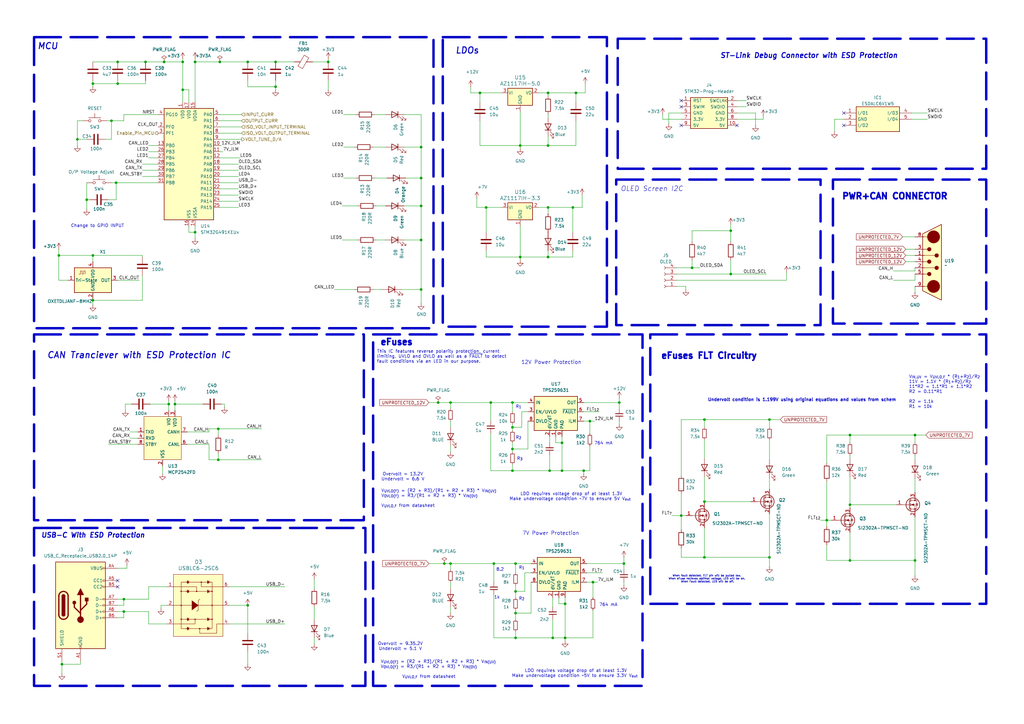
<source format=kicad_sch>
(kicad_sch (version 20250114) (generator "eeschema") (generator_version "9.0")
  (paper "A3")
  (title_block (title "Microcontroller") (rev "V3") (company "EcoCar") (comment 1 "Designed by:  Zeeshan Haque"))
  (rectangle (start 13.97 15.24) (end 177.8 134.62) (stroke (width 1) (type dash)))
  (rectangle (start 13.97 216.535) (end 149.86 281.305) (stroke (width 1) (type dash)))
  (rectangle (start 266.7 137.16) (end 404.495 247.65) (stroke (width 1) (type dash)))
  (rectangle (start 253.365 15.875) (end 404.495 69.215) (stroke (width 1) (type dash)))
  (rectangle (start 153.035 137.16) (end 263.525 281.305) (stroke (width 1) (type dash)))
  (rectangle (start 252.73 73.66) (end 336.55 133.35) (stroke (width 1) (type dash)))
  (rectangle (start 181.61 15.24) (end 248.92 133.985) (stroke (width 1) (type dash)))
  (rectangle (start 13.97 137.16) (end 149.225 213.36) (stroke (width 1) (type dash)))
  (rectangle (start 341.63 73.66) (end 404.495 132.715) (stroke (width 1) (type dash)))
  (text "764 mA" (at 245.745 248.92 0) (effects (font (size 1.27 1.27)) (justify left bottom)))
  (text "        V_{UVLO(F)} = (R2 + R3)/(R1 + R2 + R3) * V_{IN(UV)}\nV_{OVLO(F)} = R3/(R1 + R2 + R3) * V_{IN(OV)}\n\nV_{UVLO,F} from datasheet\n\n" (at 175.895 275.59 0) (effects (font (size 1.27 1.27))))
  (text "V_{IN,UV} = V_{UVLO,F} * (R_{1}+R_{2})/R_{2}\n11V = 1.1V * (R_{1}+R_{2})/R_{2}\n11*R2 = 1.1*R1 + 1.1*R2\nR2 = 0.11*R1\n\nR2 = 1.1k\nR1 = 10k" (at 372.745 167.64 0) (effects (font (size 1.27 1.27)) (justify left bottom)))
  (text "MCU" (at 15.24 20.574 0) (effects (font (size 2.5588 2.5588) (thickness 0.4) (bold yes) (italic yes)) (justify left bottom)))
  (text "Undervolt condition is 1.199V using original equations and values from schem\n\n" (at 328.93 165.1 0) (effects (font (size 1.27 1.27) (bold yes))))
  (text "LDO requires voltage drop of at least 1.3V\nMake undervoltage condition ~7V to ensure 5V V_{out} \n\n" (at 234.315 204.724 0) (effects (font (size 1.27 1.27))))
  (text "Overvolt = 13.2V\nUndervolt = 6.6 V" (at 165.227 195.58 0) (effects (font (size 1.27 1.27))))
  (text "PWR+CAN CONNECTOR\n" (at 367.03 80.645 0) (effects (font (size 2.54 2.54) (thickness 0.762) (bold yes))))
  (text "ST-Link Debug Connector with ESD Protection\n" (at 295.275 24.13 0) (effects (font (size 2.0508 2.0508) (thickness 0.4) (bold yes) (italic yes)) (justify left bottom)))
  (text "8.2\n" (at 205.105 233.68 0) (effects (font (size 1.27 1.27))))
  (text "USB-C With ESD Protection\n" (at 16.764 220.853 0) (effects (font (size 2 2) (thickness 0.4) (bold yes) (italic yes)) (justify left bottom)))
  (text "R_{1}" (at 211.455 167.64 0) (effects (font (size 1.27 1.27)) (justify left bottom)))
  (text "LDOs" (at 186.69 22.352 0) (effects (font (size 2.5588 2.5588) (thickness 0.4) (bold yes) (italic yes)) (justify left bottom)))
  (text "1k\n" (at 203.835 245.11 0) (effects (font (size 1.27 1.27))))
  (text "CAN Tranciever with ESD Protection IC\n" (at 19.177 147.32 0) (effects (font (size 2.5588 2.5588) (thickness 0.4) (bold yes) (italic yes)) (justify left bottom)))
  (text "R_{2}" (at 211.455 180.34 0) (effects (font (size 1.27 1.27)) (justify left bottom)))
  (text "LDO requires voltage drop of at least 1.3V\nMake undervoltage condition ~5V to ensure 3.3V V_{out} " (at 236.22 276.225 0) (effects (font (size 1.27 1.27))))
  (text "When fault detected, FLT pin will be pulled low. \nWhen eFuse recieves optimal voltage, LED will be on. \nWhen Fault detected, LED will be off." (at 290.195 237.49 0) (effects (font (size 0.762 0.762))))
  (text "Change to GPIO INPUT" (at 40.005 92.71 0) (effects (font (size 1.27 1.27))))
  (text "eFuses" (at 162.687 140.462 0) (effects (font (size 2.54 2.54) (thickness 0.762) (bold yes))))
  (text "This IC features reverse polarity protection, current\nlimiting, UVLO and OVLO as well as a ~{FAULT} to detect\nfault conditions via an LED in our purpose." (at 154.559 149.098 0) (effects (font (size 1.27 1.27)) (justify left bottom)))
  (text "V_{UVLO(F)} = (R2 + R3)/(R1 + R2 + R3) * V_{IN(UV)}\nV_{OVLO(F)} = R3/(R1 + R2 + R3) * V_{IN(OV)}\n\nV_{UVLO,F} from datasheet\n\n" (at 156.337 210.312 0) (effects (font (size 1.27 1.27)) (justify left bottom)))
  (text "R_{1}" (at 212.725 233.68 0) (effects (font (size 1.27 1.27)) (justify left bottom)))
  (text "Overvolt = 9.35.2V\nUndervolt = 5.1 V" (at 164.211 265.176 0) (effects (font (size 1.27 1.27))))
  (text "7V Power Protection" (at 214.249 219.71 0) (effects (font (size 1.5 1.5)) (justify left bottom)))
  (text "764 mA" (at 243.713 182.626 0) (effects (font (size 1.27 1.27)) (justify left bottom)))
  (text "OLED Screen I2C" (at 254.508 78.74 0) (effects (font (size 2 2) (italic yes)) (justify left bottom)))
  (text "R_{2}" (at 212.725 246.38 0) (effects (font (size 1.27 1.27)) (justify left bottom)))
  (text "R_{3}" (at 211.963 188.976 0) (effects (font (size 1.27 1.27)) (justify left bottom)))
  (text "12V Power Protection" (at 213.741 149.606 0) (effects (font (size 1.5 1.5)) (justify left bottom)))
  (text "eFuses FLT Circuitry\n" (at 290.83 146.05 0) (effects (font (size 2.54 2.54) (thickness 0.762) (bold yes))))
  (junction (at 234.95 85.09))
  (junction (at 113.03 35.56))
  (junction (at 74.93 25.4))
  (junction (at 339.09 213.36))
  (junction (at 224.79 85.09))
  (junction (at 348.615 229.87))
  (junction (at 196.85 38.1))
  (junction (at 45.72 49.53))
  (junction (at 74.93 36.83))
  (junction (at 230.505 193.04))
  (junction (at 231.775 247.65))
  (junction (at 348.615 178.435))
  (junction (at 48.26 34.29))
  (junction (at 50.8 245.745))
  (junction (at 59.69 25.4))
  (junction (at 283.845 109.855))
  (junction (at 255.905 231.14))
  (junction (at 375.285 178.435))
  (junction (at 201.295 165.1))
  (junction (at 38.1 123.19))
  (junction (at 230.505 181.61))
  (junction (at 69.215 165.735))
  (junction (at 348.615 207.01))
  (junction (at 224.79 59.69))
  (junction (at 315.595 172.085))
  (junction (at 35.56 81.915))
  (junction (at 224.79 105.41))
  (junction (at 184.785 165.1))
  (junction (at 31.75 57.15))
  (junction (at 279.4 211.455))
  (junction (at 172.72 73.025))
  (junction (at 299.72 94.615))
  (junction (at 179.705 165.1))
  (junction (at 172.72 118.745))
  (junction (at 211.455 231.14))
  (junction (at 172.72 98.425))
  (junction (at 210.185 184.15))
  (junction (at 315.595 228.6))
  (junction (at 80.01 25.4))
  (junction (at 113.03 25.4))
  (junction (at 375.285 229.87))
  (junction (at 236.22 38.1))
  (junction (at 89.535 175.895))
  (junction (at 71.755 165.735))
  (junction (at 210.185 193.04))
  (junction (at 241.935 172.72))
  (junction (at 172.72 60.325))
  (junction (at 101.6 25.4))
  (junction (at 211.455 242.57))
  (junction (at 211.455 251.46))
  (junction (at 182.245 231.14))
  (junction (at 231.775 261.62))
  (junction (at 202.565 231.14))
  (junction (at 299.72 112.395))
  (junction (at 172.72 84.455))
  (junction (at 239.395 193.04))
  (junction (at 25.4 272.415))
  (junction (at 288.925 172.085))
  (junction (at 225.425 193.04))
  (junction (at 38.1 34.29))
  (junction (at 89.535 188.595))
  (junction (at 226.695 261.62))
  (junction (at 210.185 165.1))
  (junction (at 48.26 25.4))
  (junction (at 288.925 228.6))
  (junction (at 50.8 250.825))
  (junction (at 134.62 25.4))
  (junction (at 199.39 85.09))
  (junction (at 213.36 105.41))
  (junction (at 90.17 25.4))
  (junction (at 184.785 231.14))
  (junction (at 243.205 238.76))
  (junction (at 288.925 205.74))
  (junction (at 213.36 59.69))
  (junction (at 80.01 95.25))
  (junction (at 254 165.1))
  (junction (at 38.1 104.775))
  (junction (at 47.625 74.93))
  (junction (at 67.31 25.4))
  (junction (at 210.185 175.26))
  (junction (at 101.6 248.285))
  (junction (at 211.455 261.62))
  (junction (at 224.79 38.1))
  (junction (at 24.13 104.775))
  (no_connect (at 279.4 43.815))
  (no_connect (at 346.075 46.355))
  (no_connect (at 48.26 240.665))
  (no_connect (at 279.4 41.275))
  (no_connect (at 279.4 51.435))
  (no_connect (at 302.26 51.435))
  (no_connect (at 346.075 51.435))
  (no_connect (at 48.26 238.125))
  (wire (pts (xy 299.72 106.68) (xy 299.72 112.395)))
  (wire (pts (xy 74.93 24.13) (xy 74.93 25.4)))
  (wire (pts (xy 201.295 177.8) (xy 201.295 193.04)))
  (wire (pts (xy 71.755 165.735) (xy 71.755 168.275)))
  (wire (pts (xy 48.26 34.29) (xy 59.69 34.29)))
  (wire (pts (xy 211.455 261.62) (xy 226.695 261.62)))
  (wire (pts (xy 31.75 57.15) (xy 31.75 59.69)))
  (wire (pts (xy 279.4 202.565) (xy 279.4 211.455)))
  (wire (pts (xy 184.785 238.76) (xy 184.785 241.3)))
  (wire (pts (xy 90.805 59.69) (xy 90.17 59.69)))
  (wire (pts (xy 74.93 36.83) (xy 77.47 36.83)))
  (wire (pts (xy 216.535 168.91) (xy 213.995 168.91)))
  (wire (pts (xy 196.85 49.53) (xy 196.85 59.69)))
  (wire (pts (xy 375.285 111.125) (xy 375.285 109.855)))
  (wire (pts (xy 226.695 254) (xy 226.695 261.62)))
  (wire (pts (xy 199.39 102.87) (xy 199.39 105.41)))
  (wire (pts (xy 279.4 211.455) (xy 281.305 211.455)))
  (wire (pts (xy 224.79 55.88) (xy 224.79 59.69)))
  (wire (pts (xy 279.4 48.895) (xy 271.78 48.895)))
  (wire (pts (xy 315.595 172.085) (xy 320.04 172.085)))
  (wire (pts (xy 288.925 172.085) (xy 315.595 172.085)))
  (wire (pts (xy 283.845 99.06) (xy 283.845 94.615)))
  (wire (pts (xy 348.615 178.435) (xy 375.285 178.435)))
  (wire (pts (xy 80.01 25.4) (xy 80.01 41.91)))
  (wire (pts (xy 24.13 104.775) (xy 38.1 104.775)))
  (wire (pts (xy 231.775 247.65) (xy 231.775 261.62)))
  (wire (pts (xy 53.34 179.705) (xy 56.515 179.705)))
  (wire (pts (xy 375.285 114.935) (xy 375.285 112.395)))
  (wire (pts (xy 306.07 43.815) (xy 302.26 43.815)))
  (wire (pts (xy 288.925 216.535) (xy 288.925 228.6)))
  (wire (pts (xy 182.245 231.14) (xy 184.785 231.14)))
  (wire (pts (xy 58.42 105.41) (xy 58.42 104.775)))
  (wire (pts (xy 154.305 84.455) (xy 158.115 84.455)))
  (wire (pts (xy 201.295 193.04) (xy 210.185 193.04)))
  (wire (pts (xy 172.72 118.745) (xy 172.72 98.425)))
  (wire (pts (xy 241.935 172.72) (xy 241.935 177.8)))
  (wire (pts (xy 97.79 77.47) (xy 90.17 77.47)))
  (wire (pts (xy 89.535 186.055) (xy 89.535 188.595)))
  (wire (pts (xy 210.185 175.26) (xy 210.185 176.53)))
  (wire (pts (xy 101.6 35.56) (xy 113.03 35.56)))
  (wire (pts (xy 211.455 240.03) (xy 211.455 242.57)))
  (wire (pts (xy 99.06 52.07) (xy 90.17 52.07)))
  (wire (pts (xy 140.97 46.99) (xy 146.05 46.99)))
  (wire (pts (xy 80.01 24.13) (xy 80.01 25.4)))
  (wire (pts (xy 50.8 248.285) (xy 50.8 245.745)))
  (wire (pts (xy 348.615 218.44) (xy 348.615 229.87)))
  (wire (pts (xy 299.72 94.615) (xy 299.72 99.06)))
  (wire (pts (xy 184.785 172.72) (xy 184.785 175.26)))
  (wire (pts (xy 153.035 118.745) (xy 156.845 118.745)))
  (wire (pts (xy 85.725 177.165) (xy 76.835 177.165)))
  (wire (pts (xy 375.285 229.87) (xy 375.285 236.22)))
  (wire (pts (xy 342.265 48.895) (xy 346.075 48.895)))
  (wire (pts (xy 371.475 102.235) (xy 375.285 102.235)))
  (wire (pts (xy 224.79 38.1) (xy 224.79 39.37)))
  (wire (pts (xy 374.015 46.355) (xy 380.365 46.355)))
  (wire (pts (xy 234.95 85.09) (xy 224.79 85.09)))
  (wire (pts (xy 255.905 231.14) (xy 255.905 233.68)))
  (wire (pts (xy 339.09 229.87) (xy 348.615 229.87)))
  (wire (pts (xy 90.17 69.85) (xy 97.79 69.85)))
  (wire (pts (xy 77.47 92.71) (xy 77.47 95.25)))
  (wire (pts (xy 69.215 165.735) (xy 69.215 168.275)))
  (wire (pts (xy 243.205 250.19) (xy 243.205 261.62)))
  (wire (pts (xy 211.455 259.08) (xy 211.455 261.62)))
  (wire (pts (xy 271.78 48.895) (xy 271.78 46.99)))
  (wire (pts (xy 255.905 240.03) (xy 255.905 238.76)))
  (wire (pts (xy 213.36 105.41) (xy 213.36 106.68)))
  (wire (pts (xy 58.42 113.03) (xy 58.42 123.19)))
  (wire (pts (xy 238.76 80.01) (xy 238.76 85.09)))
  (wire (pts (xy 58.42 104.775) (xy 38.1 104.775)))
  (wire (pts (xy 287.02 109.855) (xy 283.845 109.855)))
  (wire (pts (xy 45.72 57.15) (xy 43.18 57.15)))
  (wire (pts (xy 48.26 253.365) (xy 50.8 253.365)))
  (wire (pts (xy 240.665 234.95) (xy 247.015 234.95)))
  (wire (pts (xy 299.72 112.395) (xy 277.495 112.395)))
  (wire (pts (xy 101.6 25.4) (xy 113.03 25.4)))
  (wire (pts (xy 196.85 59.69) (xy 213.36 59.69)))
  (wire (pts (xy 48.26 250.825) (xy 50.8 250.825)))
  (wire (pts (xy 240.03 34.29) (xy 240.03 38.1)))
  (wire (pts (xy 165.735 84.455) (xy 172.72 84.455)))
  (wire (pts (xy 50.8 46.99) (xy 50.8 49.53)))
  (wire (pts (xy 199.39 85.09) (xy 199.39 95.25)))
  (wire (pts (xy 238.76 85.09) (xy 234.95 85.09)))
  (wire (pts (xy 48.26 245.745) (xy 50.8 245.745)))
  (wire (pts (xy 38.1 104.775) (xy 38.1 107.315)))
  (wire (pts (xy 348.615 195.58) (xy 348.615 207.01)))
  (wire (pts (xy 80.01 25.4) (xy 90.17 25.4)))
  (wire (pts (xy 93.98 248.285) (xy 101.6 248.285)))
  (wire (pts (xy 348.615 178.435) (xy 348.615 181.61)))
  (wire (pts (xy 224.79 46.99) (xy 224.79 48.26)))
  (wire (pts (xy 211.455 250.19) (xy 211.455 251.46)))
  (wire (pts (xy 196.85 38.1) (xy 205.74 38.1)))
  (wire (pts (xy 239.395 193.04) (xy 241.935 193.04)))
  (wire (pts (xy 315.595 175.26) (xy 315.595 172.085)))
  (wire (pts (xy 279.4 211.455) (xy 279.4 217.17)))
  (wire (pts (xy 366.395 114.935) (xy 375.285 114.935)))
  (wire (pts (xy 217.805 251.46) (xy 211.455 251.46)))
  (wire (pts (xy 342.265 48.895) (xy 342.265 53.975)))
  (wire (pts (xy 91.44 62.23) (xy 90.17 62.23)))
  (wire (pts (xy 243.205 238.76) (xy 245.11 238.76)))
  (wire (pts (xy 288.925 195.58) (xy 288.925 205.74)))
  (wire (pts (xy 33.02 271.145) (xy 33.02 272.415)))
  (wire (pts (xy 99.06 49.53) (xy 90.17 49.53)))
  (wire (pts (xy 71.755 164.465) (xy 71.755 165.735)))
  (wire (pts (xy 241.935 182.88) (xy 241.935 193.04)))
  (wire (pts (xy 279.4 228.6) (xy 288.925 228.6)))
  (wire (pts (xy 213.36 92.71) (xy 213.36 105.41)))
  (wire (pts (xy 27.94 114.935) (xy 24.13 114.935)))
  (wire (pts (xy 60.96 59.69) (xy 64.77 59.69)))
  (wire (pts (xy 254 163.195) (xy 254 165.1)))
  (wire (pts (xy 38.1 34.29) (xy 48.26 34.29)))
  (wire (pts (xy 48.26 248.285) (xy 50.8 248.285)))
  (wire (pts (xy 213.36 59.69) (xy 213.36 60.96)))
  (wire (pts (xy 113.03 25.4) (xy 120.65 25.4)))
  (wire (pts (xy 57.15 114.935) (xy 48.26 114.935)))
  (wire (pts (xy 236.22 49.53) (xy 236.22 59.69)))
  (wire (pts (xy 339.09 223.52) (xy 339.09 229.87)))
  (wire (pts (xy 275.59 211.455) (xy 279.4 211.455)))
  (wire (pts (xy 226.695 245.11) (xy 226.695 248.92)))
  (wire (pts (xy 51.435 165.735) (xy 53.975 165.735)))
  (wire (pts (xy 231.775 261.62) (xy 243.205 261.62)))
  (wire (pts (xy 74.93 36.83) (xy 74.93 41.91)))
  (wire (pts (xy 288.925 205.74) (xy 307.975 205.74)))
  (wire (pts (xy 283.845 106.68) (xy 283.845 109.855)))
  (wire (pts (xy 211.455 251.46) (xy 211.455 254)))
  (wire (pts (xy 231.775 261.62) (xy 231.775 262.89)))
  (wire (pts (xy 279.4 46.355) (xy 274.32 46.355)))
  (wire (pts (xy 375.285 196.215) (xy 375.285 201.93)))
  (wire (pts (xy 140.97 73.025) (xy 146.05 73.025)))
  (wire (pts (xy 224.79 102.87) (xy 224.79 105.41)))
  (wire (pts (xy 172.72 98.425) (xy 172.72 84.455)))
  (wire (pts (xy 211.455 242.57) (xy 211.455 245.11)))
  (wire (pts (xy 25.4 271.145) (xy 25.4 272.415)))
  (wire (pts (xy 339.09 189.865) (xy 339.09 178.435)))
  (wire (pts (xy 213.995 175.26) (xy 210.185 175.26)))
  (wire (pts (xy 85.725 182.245) (xy 85.725 188.595)))
  (wire (pts (xy 216.535 184.15) (xy 210.185 184.15)))
  (wire (pts (xy 50.8 46.99) (xy 64.77 46.99)))
  (wire (pts (xy 210.185 193.04) (xy 225.425 193.04)))
  (wire (pts (xy 24.13 102.235) (xy 24.13 104.775)))
  (wire (pts (xy 33.782 49.53) (xy 31.75 49.53)))
  (wire (pts (xy 85.725 182.245) (xy 76.835 182.245)))
  (wire (pts (xy 35.56 74.93) (xy 35.56 81.915)))
  (wire (pts (xy 154.305 98.425) (xy 158.115 98.425)))
  (wire (pts (xy 90.805 165.735) (xy 92.075 165.735)))
  (wire (pts (xy 226.695 261.62) (xy 231.775 261.62)))
  (wire (pts (xy 45.72 49.53) (xy 50.8 49.53)))
  (wire (pts (xy 92.075 165.735) (xy 92.075 167.005)))
  (wire (pts (xy 45.72 49.53) (xy 45.72 57.15)))
  (wire (pts (xy 202.565 243.84) (xy 202.565 261.62)))
  (wire (pts (xy 60.96 255.905) (xy 68.58 255.905)))
  (wire (pts (xy 172.72 124.46) (xy 172.72 118.745)))
  (wire (pts (xy 58.42 72.39) (xy 64.77 72.39)))
  (wire (pts (xy 53.34 177.165) (xy 56.515 177.165)))
  (wire (pts (xy 196.85 38.1) (xy 196.85 41.91)))
  (wire (pts (xy 211.455 231.14) (xy 211.455 234.95)))
  (wire (pts (xy 128.905 237.49) (xy 128.905 241.3)))
  (wire (pts (xy 113.03 33.02) (xy 113.03 35.56)))
  (wire (pts (xy 230.505 193.04) (xy 239.395 193.04)))
  (wire (pts (xy 47.625 74.93) (xy 64.77 74.93)))
  (wire (pts (xy 229.235 245.11) (xy 229.235 247.65)))
  (wire (pts (xy 339.09 197.485) (xy 339.09 213.36)))
  (wire (pts (xy 199.39 85.09) (xy 205.74 85.09)))
  (wire (pts (xy 374.015 48.895) (xy 380.365 48.895)))
  (wire (pts (xy 254 167.64) (xy 254 165.1)))
  (wire (pts (xy 239.395 165.1) (xy 254 165.1)))
  (wire (pts (xy 38.1 33.02) (xy 38.1 34.29)))
  (wire (pts (xy 241.935 172.72) (xy 243.84 172.72)))
  (wire (pts (xy 366.395 111.125) (xy 375.285 111.125)))
  (wire (pts (xy 35.56 81.915) (xy 35.56 85.725)))
  (wire (pts (xy 236.22 38.1) (xy 236.22 41.91)))
  (wire (pts (xy 140.97 60.325) (xy 145.415 60.325)))
  (wire (pts (xy 239.395 193.04) (xy 239.395 194.31)))
  (wire (pts (xy 302.26 48.895) (xy 313.055 48.895)))
  (wire (pts (xy 128.27 25.4) (xy 134.62 25.4)))
  (wire (pts (xy 101.6 248.285) (xy 101.6 259.715)))
  (wire (pts (xy 202.565 231.14) (xy 211.455 231.14)))
  (wire (pts (xy 193.04 38.1) (xy 196.85 38.1)))
  (wire (pts (xy 35.56 81.915) (xy 36.83 81.915)))
  (wire (pts (xy 224.79 85.09) (xy 224.79 87.63)))
  (wire (pts (xy 236.22 59.69) (xy 224.79 59.69)))
  (wire (pts (xy 229.235 247.65) (xy 231.775 247.65)))
  (wire (pts (xy 230.505 181.61) (xy 230.505 179.07)))
  (wire (pts (xy 224.79 85.09) (xy 220.98 85.09)))
  (wire (pts (xy 302.26 46.355) (xy 309.88 46.355)))
  (wire (pts (xy 202.565 231.14) (xy 202.565 238.76)))
  (wire (pts (xy 107.315 175.895) (xy 89.535 175.895)))
  (wire (pts (xy 50.8 245.745) (xy 60.96 245.745)))
  (wire (pts (xy 215.265 234.95) (xy 215.265 242.57)))
  (wire (pts (xy 97.79 74.93) (xy 90.17 74.93)))
  (wire (pts (xy 236.22 38.1) (xy 224.79 38.1)))
  (wire (pts (xy 59.69 34.29) (xy 59.69 33.02)))
  (wire (pts (xy 38.1 25.4) (xy 48.26 25.4)))
  (wire (pts (xy 89.535 175.895) (xy 85.725 175.895)))
  (wire (pts (xy 375.285 117.475) (xy 375.285 120.015)))
  (wire (pts (xy 201.295 165.1) (xy 210.185 165.1)))
  (wire (pts (xy 274.32 46.355) (xy 274.32 50.8)))
  (wire (pts (xy 184.785 248.92) (xy 184.785 251.46)))
  (wire (pts (xy 128.905 248.92) (xy 128.905 254)))
  (wire (pts (xy 288.925 228.6) (xy 315.595 228.6)))
  (wire (pts (xy 51.435 168.275) (xy 51.435 165.735)))
  (wire (pts (xy 288.925 172.085) (xy 288.925 175.26)))
  (wire (pts (xy 217.805 238.76) (xy 217.805 251.46)))
  (wire (pts (xy 35.56 57.15) (xy 31.75 57.15)))
  (wire (pts (xy 97.79 67.31) (xy 90.17 67.31)))
  (wire (pts (xy 38.1 123.19) (xy 38.1 125.095)))
  (wire (pts (xy 315.595 196.215) (xy 315.595 200.66)))
  (wire (pts (xy 230.505 181.61) (xy 230.505 193.04)))
  (wire (pts (xy 277.495 114.935) (xy 322.58 114.935)))
  (wire (pts (xy 101.6 33.02) (xy 101.6 35.56)))
  (wire (pts (xy 370.205 97.155) (xy 375.285 97.155)))
  (wire (pts (xy 184.785 231.14) (xy 202.565 231.14)))
  (wire (pts (xy 193.04 38.1) (xy 193.04 35.56)))
  (wire (pts (xy 164.465 118.745) (xy 172.72 118.745)))
  (wire (pts (xy 348.615 207.01) (xy 367.665 207.01)))
  (wire (pts (xy 165.735 46.99) (xy 172.72 46.99)))
  (wire (pts (xy 153.67 46.99) (xy 158.115 46.99)))
  (wire (pts (xy 99.06 46.99) (xy 90.17 46.99)))
  (wire (pts (xy 224.79 59.69) (xy 213.36 59.69)))
  (wire (pts (xy 239.395 168.91) (xy 245.745 168.91)))
  (wire (pts (xy 97.79 82.55) (xy 90.17 82.55)))
  (wire (pts (xy 113.03 35.56) (xy 113.03 36.83)))
  (wire (pts (xy 348.615 208.28) (xy 348.615 207.01)))
  (wire (pts (xy 172.72 73.025) (xy 166.37 73.025)))
  (wire (pts (xy 66.04 248.285) (xy 66.04 249.555)))
  (wire (pts (xy 240.03 38.1) (xy 236.22 38.1)))
  (wire (pts (xy 99.06 54.61) (xy 90.17 54.61)))
  (wire (pts (xy 234.95 85.09) (xy 234.95 95.25)))
  (wire (pts (xy 44.45 182.245) (xy 56.515 182.245)))
  (wire (pts (xy 283.845 109.855) (xy 277.495 109.855)))
  (wire (pts (xy 224.79 105.41) (xy 213.36 105.41)))
  (wire (pts (xy 288.925 180.34) (xy 288.925 187.96)))
  (wire (pts (xy 375.285 212.09) (xy 375.285 229.87)))
  (wire (pts (xy 371.475 104.775) (xy 375.285 104.775)))
  (wire (pts (xy 58.42 69.85) (xy 64.77 69.85)))
  (wire (pts (xy 255.905 228.6) (xy 255.905 231.14)))
  (wire (pts (xy 68.58 248.285) (xy 66.04 248.285)))
  (wire (pts (xy 80.01 95.25) (xy 80.01 97.79)))
  (wire (pts (xy 69.215 164.465) (xy 69.215 165.735)))
  (wire (pts (xy 254 173.99) (xy 254 172.72)))
  (wire (pts (xy 60.96 250.825) (xy 60.96 255.905)))
  (wire (pts (xy 322.58 111.76) (xy 322.58 114.935)))
  (wire (pts (xy 60.96 62.23) (xy 64.77 62.23)))
  (wire (pts (xy 83.185 165.735) (xy 71.755 165.735)))
  (wire (pts (xy 339.09 213.36) (xy 339.09 215.9)))
  (wire (pts (xy 243.205 238.76) (xy 243.205 245.11)))
  (wire (pts (xy 89.535 175.895) (xy 89.535 178.435)))
  (wire (pts (xy 47.625 81.915) (xy 47.625 74.93)))
  (wire (pts (xy 45.72 74.93) (xy 47.625 74.93)))
  (wire (pts (xy 74.93 25.4) (xy 74.93 36.83)))
  (wire (pts (xy 234.95 105.41) (xy 224.79 105.41)))
  (wire (pts (xy 279.4 194.945) (xy 279.4 172.085)))
  (wire (pts (xy 38.1 122.555) (xy 38.1 123.19)))
  (wire (pts (xy 306.07 41.275) (xy 302.26 41.275)))
  (wire (pts (xy 90.17 64.77) (xy 98.425 64.77)))
  (wire (pts (xy 227.965 179.07) (xy 227.965 181.61)))
  (wire (pts (xy 225.425 186.69) (xy 225.425 193.04)))
  (wire (pts (xy 59.69 25.4) (xy 67.31 25.4)))
  (wire (pts (xy 210.185 165.1) (xy 210.185 168.91)))
  (wire (pts (xy 210.185 184.15) (xy 210.185 185.42)))
  (wire (pts (xy 315.595 232.41) (xy 315.595 228.6)))
  (wire (pts (xy 281.305 118.745) (xy 281.305 117.475)))
  (wire (pts (xy 315.595 180.34) (xy 315.595 188.595)))
  (wire (pts (xy 281.305 117.475) (xy 277.495 117.475)))
  (wire (pts (xy 210.185 190.5) (xy 210.185 193.04)))
  (wire (pts (xy 213.36 45.72) (xy 213.36 59.69)))
  (wire (pts (xy 48.26 25.4) (xy 59.69 25.4)))
  (wire (pts (xy 283.845 94.615) (xy 299.72 94.615)))
  (wire (pts (xy 210.185 181.61) (xy 210.185 184.15)))
  (wire (pts (xy 48.26 233.045) (xy 52.07 233.045)))
  (wire (pts (xy 153.035 60.325) (xy 158.115 60.325)))
  (wire (pts (xy 60.96 240.665) (xy 68.58 240.665)))
  (wire (pts (xy 48.26 33.02) (xy 48.26 34.29)))
  (wire (pts (xy 134.62 33.02) (xy 134.62 36.83)))
  (wire (pts (xy 85.725 175.895) (xy 85.725 177.165)))
  (wire (pts (xy 279.4 172.085) (xy 288.925 172.085)))
  (wire (pts (xy 225.425 179.07) (xy 225.425 181.61)))
  (wire (pts (xy 195.58 85.09) (xy 199.39 85.09)))
  (wire (pts (xy 50.8 253.365) (xy 50.8 250.825)))
  (wire (pts (xy 97.79 80.01) (xy 90.17 80.01)))
  (wire (pts (xy 58.42 67.31) (xy 64.77 67.31)))
  (wire (pts (xy 172.72 73.025) (xy 172.72 84.455)))
  (wire (pts (xy 140.335 84.455) (xy 146.685 84.455)))
  (wire (pts (xy 201.295 165.1) (xy 201.295 172.72)))
  (wire (pts (xy 184.785 165.1) (xy 184.785 167.64)))
  (wire (pts (xy 140.335 98.425) (xy 146.685 98.425)))
  (wire (pts (xy 77.47 95.25) (xy 80.01 95.25)))
  (wire (pts (xy 227.965 181.61) (xy 230.505 181.61)))
  (wire (pts (xy 314.325 112.395) (xy 299.72 112.395)))
  (wire (pts (xy 375.285 178.435) (xy 379.73 178.435)))
  (wire (pts (xy 216.535 172.72) (xy 216.535 184.15)))
  (wire (pts (xy 24.13 104.775) (xy 24.13 114.935)))
  (wire (pts (xy 313.055 48.895) (xy 313.055 47.625)))
  (wire (pts (xy 93.98 255.905) (xy 116.84 255.905)))
  (wire (pts (xy 179.705 165.1) (xy 184.785 165.1)))
  (wire (pts (xy 69.215 165.735) (xy 61.595 165.735)))
  (wire (pts (xy 339.09 178.435) (xy 348.615 178.435)))
  (wire (pts (xy 85.725 188.595) (xy 89.535 188.595)))
  (wire (pts (xy 184.785 165.1) (xy 201.295 165.1)))
  (wire (pts (xy 66.675 191.135) (xy 66.675 194.31)))
  (wire (pts (xy 315.595 210.82) (xy 315.595 228.6)))
  (wire (pts (xy 234.95 105.41) (xy 234.95 102.87)))
  (wire (pts (xy 339.09 213.36) (xy 340.995 213.36)))
  (wire (pts (xy 371.475 107.315) (xy 375.285 107.315)))
  (wire (pts (xy 336.55 213.36) (xy 339.09 213.36)))
  (wire (pts (xy 279.4 224.79) (xy 279.4 228.6)))
  (wire (pts (xy 309.88 46.355) (xy 309.88 51.435)))
  (wire (pts (xy 90.17 57.15) (xy 99.06 57.15)))
  (wire (pts (xy 77.47 36.83) (xy 77.47 41.91)))
  (wire (pts (xy 375.285 186.69) (xy 375.285 188.595)))
  (wire (pts (xy 90.17 25.4) (xy 101.6 25.4)))
  (wire (pts (xy 172.72 73.025) (xy 172.72 60.325)))
  (wire (pts (xy 165.735 60.325) (xy 172.72 60.325)))
  (wire (pts (xy 67.31 25.4) (xy 74.93 25.4)))
  (wire (pts (xy 52.07 233.045) (xy 52.07 231.775)))
  (wire (pts (xy 375.285 178.435) (xy 375.285 181.61)))
  (wire (pts (xy 184.785 231.14) (xy 184.785 233.68)))
  (wire (pts (xy 137.16 118.745) (xy 145.415 118.745)))
  (wire (pts (xy 43.942 49.53) (xy 45.72 49.53)))
  (wire (pts (xy 231.775 247.65) (xy 231.775 245.11)))
  (wire (pts (xy 217.805 234.95) (xy 215.265 234.95)))
  (wire (pts (xy 134.62 24.13) (xy 134.62 25.4)))
  (wire (pts (xy 38.1 34.29) (xy 38.1 35.56)))
  (wire (pts (xy 288.925 206.375) (xy 288.925 205.74)))
  (wire (pts (xy 50.8 250.825) (xy 60.96 250.825)))
  (wire (pts (xy 25.4 272.415) (xy 25.4 276.225)))
  (wire (pts (xy 184.785 182.88) (xy 184.785 185.42)))
  (wire (pts (xy 165.735 98.425) (xy 172.72 98.425)))
  (wire (pts (xy 211.455 231.14) (xy 217.805 231.14)))
  (wire (pts (xy 101.6 267.335) (xy 101.6 272.415)))
  (wire (pts (xy 299.72 92.075) (xy 299.72 94.615)))
  (wire (pts (xy 80.01 92.71) (xy 80.01 95.25)))
  (wire (pts (xy 44.45 81.915) (xy 47.625 81.915)))
  (wire (pts (xy 225.425 193.04) (xy 230.505 193.04)))
  (wire (pts (xy 240.665 231.14) (xy 255.905 231.14)))
  (wire (pts (xy 175.895 231.14) (xy 182.245 231.14)))
  (wire (pts (xy 58.42 123.19) (xy 38.1 123.19)))
  (wire (pts (xy 224.79 38.1) (xy 220.98 38.1)))
  (wire (pts (xy 348.615 229.87) (xy 375.285 229.87)))
  (wire (pts (xy 107.315 188.595) (xy 89.535 188.595)))
  (wire (pts (xy 60.96 245.745) (xy 60.96 240.665)))
  (wire (pts (xy 202.565 261.62) (xy 211.455 261.62)))
  (wire (pts (xy 31.75 49.53) (xy 31.75 57.15)))
  (wire (pts (xy 128.905 261.62) (xy 128.905 264.16)))
  (wire (pts (xy 210.185 173.99) (xy 210.185 175.26)))
  (wire (pts (xy 60.96 64.77) (xy 64.77 64.77)))
  (wire (pts (xy 93.98 240.665) (xy 116.84 240.665)))
  (wire (pts (xy 175.895 165.1) (xy 179.705 165.1)))
  (wire (pts (xy 33.02 272.415) (xy 25.4 272.415)))
  (wire (pts (xy 97.79 85.09) (xy 90.17 85.09)))
  (wire (pts (xy 240.665 238.76) (xy 243.205 238.76)))
  (wire (pts (xy 239.395 172.72) (xy 241.935 172.72)))
  (wire (pts (xy 215.265 242.57) (xy 211.455 242.57)))
  (wire (pts (xy 90.17 72.39) (xy 97.79 72.39)))
  (wire (pts (xy 348.615 186.69) (xy 348.615 187.96)))
  (wire (pts (xy 195.58 81.28) (xy 195.58 85.09)))
  (wire (pts (xy 158.75 73.025) (xy 153.67 73.025)))
  (wire (pts (xy 210.185 165.1) (xy 216.535 165.1)))
  (wire (pts (xy 213.995 168.91) (xy 213.995 175.26)))
  (wire (pts (xy 172.72 60.325) (xy 172.72 46.99)))
  (wire (pts (xy 199.39 105.41) (xy 213.36 105.41)))
  (label "CAN_LED" (at 137.16 118.745 180))
  (label "CAN_L" (at 107.315 188.595 180))
  (label "USB_D+" (at 97.79 77.47 0))
  (label "SWCLK" (at 380.365 46.355 0))
  (label "FLT_{12}" (at 245.745 168.91 180))
  (label "OLED_SDA" (at 97.79 67.31 0))
  (label "FLT_{7}" (at 247.015 234.95 180))
  (label "SWCLK" (at 97.79 82.55 0))
  (label "SWDIO" (at 380.365 48.895 0))
  (label "NRST" (at 58.42 46.99 0))
  (label "USB_D-" (at 97.79 74.93 0))
  (label "12V_ILM" (at 243.84 172.72 0))
  (label "CAN_H" (at 79.375 177.165 0))
  (label "7V_ILM" (at 245.11 238.76 0))
  (label "LED4" (at 140.335 84.455 180))
  (label "LED1" (at 60.96 64.77 180))
  (label "CAN_L" (at 366.395 114.935 180))
  (label "CAN_STBY" (at 44.45 182.245 0))
  (label "LED3" (at 97.79 85.09 0))
  (label "CAN_L" (at 85.725 182.245 180))
  (label "SWCLK" (at 306.07 41.275 0))
  (label "LED4" (at 97.79 72.39 0))
  (label "SWDIO" (at 306.07 43.815 0))
  (label "FLT_{12}" (at 336.55 213.36 180))
  (label "CLK_OUT" (at 64.77 52.07 180))
  (label "CAN_STBY" (at 58.42 72.39 180))
  (label "LED2" (at 140.97 60.325 180))
  (label "LED5" (at 140.335 98.425 180))
  (label "USB_D-" (at 116.84 240.665 180))
  (label "OLED_SCL" (at 97.79 69.85 0))
  (label "LED3" (at 140.97 73.025 180))
  (label "12V_ILM" (at 90.805 59.69 0))
  (label "LED5" (at 98.425 64.77 0))
  (label "USB_D+" (at 116.84 255.905 180))
  (label "LED1" (at 140.97 46.99 180))
  (label "CAN_RX" (at 53.34 179.705 180))
  (label "7V_ILM" (at 91.44 62.23 0))
  (label "OLED_SDA" (at 287.02 109.855 0))
  (label "CAN_LED" (at 60.96 59.69 180))
  (label "CLK_OUT" (at 57.15 114.935 180))
  (label "CAN_TX" (at 58.42 69.85 180))
  (label "FLT_{7}" (at 275.59 211.455 180))
  (label "LED2" (at 60.96 62.23 180))
  (label "CAN_TX" (at 53.34 177.165 180))
  (label "SWDIO" (at 97.79 80.01 0))
  (label "CAN_RX" (at 58.42 67.31 180))
  (label "CAN_H" (at 366.395 111.125 180))
  (label "OLED_SCL" (at 314.325 112.395 180))
  (label "CAN_H" (at 107.315 175.895 180))
  (global_label "UNPROTECTED_7V" (shape input) (at 370.205 97.155 180) (property "Intersheetrefs" "${INTERSHEET_REFS}" (effects (hide yes))))
  (global_label "UNPROTECTED_7V" (shape input) (at 175.895 231.14 180) (property "Intersheetrefs" "${INTERSHEET_REFS}" (effects (hide yes))))
  (global_label "UNPROTECTED_12V" (shape input) (at 371.475 104.775 180) (property "Intersheetrefs" "${INTERSHEET_REFS}" (effects (hide yes))))
  (global_label "UNPROTECTED_7V" (shape input) (at 320.04 172.085 0) (property "Intersheetrefs" "${INTERSHEET_REFS}" (effects (hide yes))))
  (global_label "UNPROTECTED_12V" (shape input) (at 175.895 165.1 180) (property "Intersheetrefs" "${INTERSHEET_REFS}" (effects (hide yes))))
  (global_label "UNPROTECTED_12V" (shape input) (at 371.475 102.235 180) (property "Intersheetrefs" "${INTERSHEET_REFS}" (effects (hide yes))))
  (global_label "UNPROTECTED_7V" (shape input) (at 379.73 178.435 0) (property "Intersheetrefs" "${INTERSHEET_REFS}" (effects (hide yes))))
  (global_label "UNPROTECTED_12V" (shape input) (at 371.475 107.315 180) (property "Intersheetrefs" "${INTERSHEET_REFS}" (effects (hide yes))))
  (hierarchical_label "ISO_VOLT_INPUT_TERMINAL" (shape input) (at 99.06 52.07 0))
  (hierarchical_label "INPUT_CURR" (shape input) (at 99.06 46.99 0))
  (hierarchical_label "VOLT_TUNE_D{slash}A" (shape output) (at 99.06 57.15 0))
  (hierarchical_label "Enable_Pin_MCU" (shape output) (at 64.77 54.61 180))
  (hierarchical_label "ISO_VOLT_OUTPUT_TERMINAL" (shape input) (at 99.06 54.61 0))
  (hierarchical_label "OUTPUT_CURR" (shape input) (at 99.06 49.53 0))
  (symbol (lib_id "Device:FerriteBead") (at 124.46 25.4 90) (unit 1)
    (property "Reference" "FB1" (at 124.4092 17.78 90))
    (property "Value" "300R" (at 124.4092 20.32 90))
    (property "Footprint" "Inductor_SMD:L_0603_1608Metric" (effects (hide yes)))
    (property "Digikey #" "1934-1474-1-ND" (effects (hide yes)))
    (property "JLCPCB Part#(Optional)" "NA" (effects (hide yes)))
  )
  (symbol (lib_id "Device:R") (at 339.09 193.675 0) (unit 1)
    (property "Reference" "R36" (at 340.995 192.4049 0) (effects (justify left)))
    (property "Value" "12k" (at 340.995 194.9449 0) (effects (justify left)))
    (property "Footprint" "Resistor_SMD:R_0603_1608Metric" (effects (hide yes)))
    (property "Description" "Resistor" (effects (hide yes)))
  )
  (symbol (lib_id "Device:LED") (at 184.785 179.07 90) (unit 1)
    (property "Reference" "D11" (at 177.165 177.8 90) (effects (justify right)))
    (property "Value" "BLUE" (at 177.165 180.34 90) (effects (justify right)))
    (property "Footprint" "LED_SMD:LED_0603_1608Metric" (effects (hide yes)))
    (property "Datasheet" "https://datasheet.lcsc.com/lcsc/1811101510_Everlight-Elec-19-217-BHC-ZL1M2RY-3T_C72041.pdf" (effects (hide yes)))
    (property "Part#" "C72041" (effects (hide yes)))
  )
  (symbol (lib_id "Connector:Conn_01x04_Socket") (at 272.415 114.935 180) (unit 1)
    (property "Reference" "J5" (at 273.05 104.775 0))
    (property "Value" "OLED" (at 273.05 107.315 0))
    (property "Footprint" "ecocad_lib_footprints:Display_128x64_096_I2C" (effects (hide yes)))
  )
  (symbol (lib_id "ecocad_lib_symbols:TPS259631") (at 227.965 168.91 0) (unit 1)
    (property "Reference" "U17" (at 227.965 157.48 0))
    (property "Value" "TPS259631" (at 227.965 160.02 0))
    (property "Footprint" "Package_SO:TI_SO-PowerPAD-8" (effects (hide yes)))
    (property "Datasheet" "https://www.ti.com/lit/gpn/tps2596" (effects (hide yes)))
    (property "DK Part #" "296-TPS259631DDARTR-ND" (effects (hide yes)))
  )
  (symbol (lib_name "GND_1") (lib_id "power:GND") (at 213.36 106.68 0) (unit 1)
    (property "Reference" "#PWR048" (effects (hide yes)))
    (property "Value" "GND" (at 213.36 111.76 0))
    (property "Description" "Power symbol creates a global label with name \"GND\" , ground" (effects (hide yes)))
  )
  (symbol (lib_id "ecocad_lib_symbols:AZ1117IH-5.0") (at 213.36 38.1 0) (unit 1)
    (property "Reference" "U15" (at 213.36 31.75 0) (effects (font (size 1.524 1.524))))
    (property "Value" "AZ1117IH-5.0" (at 213.36 34.29 0) (effects (font (size 1.524 1.524))))
    (property "Footprint" "Package_TO_SOT_SMD:SOT-223-3_TabPin2" (effects (hide yes)))
    (property "Datasheet" "https://www.diodes.com/assets/Datasheets/AZ1117I.pdf" (effects (hide yes)))
    (property "DK #" "AZ1117IH-3.3TRG1DICT-ND" (effects (hide yes)))
  )
  (symbol (lib_id "Device:C") (at 86.995 165.735 270) (mirror x) (unit 1)
    (property "Reference" "C40" (at 86.995 158.115 90))
    (property "Value" "100n" (at 86.995 160.655 90))
    (property "Footprint" "Capacitor_SMD:C_0603_1608Metric" (effects (hide yes)))
    (property "JLCPCB Part#(Optional)" "C1525" (effects (hide yes)))
    (property "Digikey #" "1276-1043-1-ND" (effects (hide yes)))
  )
  (symbol (lib_id "Device:LED") (at 348.615 191.77 90) (unit 1)
    (property "Reference" "D17" (at 351.79 192.405 90) (effects (justify right)))
    (property "Value" "Red" (at 351.79 194.945 90) (effects (justify right)))
    (property "Footprint" "LED_SMD:LED_0603_1608Metric" (effects (hide yes)))
    (property "Datasheet" "https://datasheet.lcsc.com/lcsc/1811101510_Everlight-Elec-19-217-GHC-YR1S2-3T_C72043.pdf" (effects (hide yes)))
    (property "Part#" "C72043" (effects (hide yes)))
  )
  (symbol (lib_id "power:+3V3") (at 134.62 24.13 0) (unit 1)
    (property "Reference" "#PWR038" (effects (hide yes)))
    (property "Value" "+3V3" (at 134.62 20.32 0))
  )
  (symbol (lib_name "GND_3") (lib_id "power:GND") (at 375.285 120.015 0) (unit 1)
    (property "Reference" "#PWR070" (effects (hide yes)))
    (property "Value" "GND" (at 375.285 125.095 0))
    (property "Description" "Power symbol creates a global label with name \"GND\" , ground" (effects (hide yes)))
  )
  (symbol (lib_id "Device:R_Small") (at 211.455 247.65 180) (unit 1)
    (property "Reference" "R28" (at 207.645 246.38 0))
    (property "Value" "1k" (at 207.645 248.92 0))
    (property "Footprint" "Resistor_SMD:R_0603_1608Metric" (effects (hide yes)))
    (property "DK Part#" "311-1.0KJRTR-ND" (effects (hide yes)))
  )
  (symbol (lib_id "Device:C") (at 134.62 29.21 0) (unit 1)
    (property "Reference" "C44" (at 138.43 27.94 0) (effects (justify left)))
    (property "Value" "1u" (at 138.43 30.48 0) (effects (justify left)))
    (property "Footprint" "Capacitor_SMD:C_0603_1608Metric" (effects (hide yes)))
    (property "JLCPCB Part#(Optional)" "C28323" (effects (hide yes)))
  )
  (symbol (lib_id "Device:C") (at 38.1 29.21 0) (unit 1)
    (property "Reference" "C33" (at 41.91 27.94 0) (effects (justify left)))
    (property "Value" "4u7" (at 41.91 30.48 0) (effects (justify left)))
    (property "Footprint" "Capacitor_SMD:C_0603_1608Metric" (effects (hide yes)))
    (property "JLCPCB Part#(Optional)" "C96446" (effects (hide yes)))
    (property "Digikey #" "1276-1044-2-ND" (effects (hide yes)))
  )
  (symbol (lib_id "Device:C") (at 101.6 263.525 0) (mirror x) (unit 1)
    (property "Reference" "C43" (at 105.41 264.795 0) (effects (justify left)))
    (property "Value" "100n" (at 105.41 267.335 0) (effects (justify left)))
    (property "Footprint" "Capacitor_SMD:C_0603_1608Metric" (effects (hide yes)))
    (property "Description" "100nF -20%,+80% 16V Y5V 0402 Multilayer Ceramic Capacitors MLCC - SMD/SMT RoHS" (effects (hide yes)))
    (property "JLCPCB Part#(Optional)" "C1525" (effects (hide yes)))
    (property "Digikey #" "1276-1043-1-ND" (effects (hide yes)))
  )
  (symbol (lib_name "GND_1") (lib_id "power:GND") (at 213.36 60.96 0) (unit 1)
    (property "Reference" "#PWR047" (effects (hide yes)))
    (property "Value" "GND" (at 213.36 66.04 0))
    (property "Description" "Power symbol creates a global label with name \"GND\" , ground" (effects (hide yes)))
  )
  (symbol (lib_id "RF_Parts:ESDALC6V1W5") (at 346.075 46.355 0) (unit 1)
    (property "Reference" "IC1" (at 360.045 40.005 0))
    (property "Value" "ESDALC6V1W5" (at 360.045 42.545 0))
    (property "Footprint" "ecocad_lib_footprints:SOT65P210X110-5N" (effects (hide yes)))
    (property "Datasheet" "http://www.st.com/web/en/resource/technical/document/datasheet/CD00002946.pdf" (effects (hide yes)))
    (property "Description" "6.1V 6.1V 4 3V SOT-323-5  ESD Protection Devices ROHS" (effects (hide yes)))
    (property "JLCPCB Part#(Optional)" "C2827626" (effects (hide yes)))
    (property "Digikey #" "497-7231-1-ND" (effects (hide yes)))
  )
  (symbol (lib_id "Device:LED") (at 128.905 257.81 90) (unit 1)
    (property "Reference" "D7" (at 132.715 258.1274 90) (effects (justify right)))
    (property "Value" "Blue" (at 132.715 260.6674 90) (effects (justify right)))
    (property "Footprint" "LED_SMD:LED_0603_1608Metric" (effects (hide yes)))
    (property "Description" "Light emitting diode" (effects (hide yes)))
  )
  (symbol (lib_id "MCU_ST_STM32G4:STM32G491KEUx") (at 77.47 67.31 0) (unit 1)
    (property "Reference" "U14" (at 82.2041 92.71 0) (effects (justify left)))
    (property "Value" "STM32G491KEUx" (at 82.2041 95.25 0) (effects (justify left)))
    (property "Footprint" "Package_DFN_QFN:QFN-32-1EP_5x5mm_P0.5mm_EP3.45x3.45mm" (effects (hide yes)))
    (property "Datasheet" "https://www.st.com/resource/en/datasheet/stm32g491ke.pdf" (effects (hide yes)))
    (property "Description" "STMicroelectronics Arm Cortex-M4 MCU, 512KB flash, 112KB RAM, 170 MHz, 1.71-3.6V, 26 GPIO, UFQFPN32" (effects (hide yes)))
  )
  (symbol (lib_id "Device:Q_NMOS_GSD") (at 313.055 205.74 0) (unit 1)
    (property "Reference" "Q2" (at 319.405 205.105 0) (effects (justify left)))
    (property "Value" "SI2302A-TPMSCT-ND" (at 319.405 227.33 90) (effects (justify left)))
    (property "Footprint" "ecocad_lib_footprints:SOT-23-3_Adjusted" (effects (hide yes)))
    (property "Datasheet" "https://www.mccsemi.com/pdf/Products/SI2302A(SOT-23).pdf" (effects (hide yes)))
    (property "Part#" "SI2302A-TPMSCT-ND" (effects (hide yes)))
  )
  (symbol (lib_id "power:GND") (at 31.75 59.69 0) (unit 1)
    (property "Reference" "#PWR019" (effects (hide yes)))
    (property "Value" "GND" (effects (hide yes)))
  )
  (symbol (lib_name "GND_6") (lib_id "power:GND") (at 239.395 194.31 0) (unit 1)
    (property "Reference" "#PWR052" (effects (hide yes)))
    (property "Value" "GND" (at 239.395 199.39 0))
    (property "Description" "Power symbol creates a global label with name \"GND\" , ground" (effects (hide yes)))
  )
  (symbol (lib_id "Device:C") (at 39.37 57.15 90) (unit 1)
    (property "Reference" "C34" (at 37.592 55.88 90) (effects (justify left)))
    (property "Value" "100n" (at 41.91 60.96 90) (effects (justify left)))
    (property "Footprint" "Capacitor_SMD:C_0603_1608Metric" (effects (hide yes)))
    (property "Description" "100nF -20%,+80% 16V Y5V 0402 Multilayer Ceramic Capacitors MLCC - SMD/SMT RoHS" (effects (hide yes)))
    (property "JLCPCB Part#(Optional)" "C1525" (effects (hide yes)))
    (property "Digikey #" "1276-1043-1-ND" (effects (hide yes)))
  )
  (symbol (lib_id "power:+3V3") (at 69.215 164.465 0) (mirror y) (unit 1)
    (property "Reference" "#PWR027" (effects (hide yes)))
    (property "Value" "+3V3" (at 67.945 159.385 0))
  )
  (symbol (lib_id "power:GND") (at 51.435 168.275 0) (mirror y) (unit 1)
    (property "Reference" "#PWR025" (effects (hide yes)))
    (property "Value" "GND" (effects (hide yes)))
  )
  (symbol (lib_id "Device:R") (at 279.4 220.98 0) (unit 1)
    (property "Reference" "R33" (at 281.305 219.7099 0) (effects (justify left)))
    (property "Value" "30k" (at 281.305 222.2499 0) (effects (justify left)))
    (property "Footprint" "Resistor_SMD:R_0603_1608Metric" (effects (hide yes)))
    (property "Description" "Resistor" (effects (hide yes)))
  )
  (symbol (lib_name "+5V_3") (lib_id "power:+5V") (at 128.905 237.49 0) (unit 1)
    (property "Reference" "#PWR040" (effects (hide yes)))
    (property "Value" "+5V" (at 128.905 232.41 0))
    (property "Description" "Power symbol creates a global label with name \"+5V\"" (effects (hide yes)))
  )
  (symbol (lib_name "GND_6") (lib_id "power:GND") (at 255.905 240.03 0) (unit 1)
    (property "Reference" "#PWR056" (effects (hide yes)))
    (property "Value" "GND" (at 255.905 245.11 0))
    (property "Description" "Power symbol creates a global label with name \"GND\" , ground" (effects (hide yes)))
  )
  (symbol (lib_id "Device:LED") (at 315.595 192.405 90) (unit 1)
    (property "Reference" "D16" (at 320.675 192.405 90) (effects (justify right)))
    (property "Value" "Green" (at 320.675 194.945 90) (effects (justify right)))
    (property "Footprint" "LED_SMD:LED_0603_1608Metric" (effects (hide yes)))
    (property "Datasheet" "https://datasheet.lcsc.com/lcsc/1811101510_Everlight-Elec-19-217-GHC-YR1S2-3T_C72043.pdf" (effects (hide yes)))
    (property "Part#" "C72043" (effects (hide yes)))
  )
  (symbol (lib_id "Device:R_Small") (at 241.935 180.34 180) (unit 1)
    (property "Reference" "R30" (at 238.125 179.07 0))
    (property "Value" "1k2" (at 238.125 181.61 0))
    (property "Footprint" "Resistor_SMD:R_0603_1608Metric" (effects (hide yes)))
    (property "DK Part#" "311-1.2KJRTR-ND" (effects (hide yes)))
  )
  (symbol (lib_id "Connector:USB_C_Receptacle_USB2.0_14P") (at 33.02 248.285 0) (unit 1)
    (property "Reference" "J3" (at 33.02 225.425 0))
    (property "Value" "USB_C_Receptacle_USB2.0_14P" (at 33.02 227.965 0))
    (property "Footprint" "Connector_USB:USB_C_Receptacle_GCT_USB4105-xx-A_16P_TopMnt_Horizontal" (effects (hide yes)))
    (property "Datasheet" "https://www.usb.org/sites/default/files/documents/usb_type-c.zip" (effects (hide yes)))
    (property "Description" "USB 2.0-only 14P Type-C Receptacle connector" (effects (hide yes)))
  )
  (symbol (lib_id "Device:C") (at 58.42 109.22 0) (unit 1)
    (property "Reference" "C39" (at 62.23 107.9499 0) (effects (justify left)))
    (property "Value" "100n" (at 62.23 110.4899 0) (effects (justify left)))
    (property "Footprint" "Capacitor_SMD:C_0603_1608Metric" (effects (hide yes)))
    (property "Description" "Unpolarized capacitor" (effects (hide yes)))
  )
  (symbol (lib_id "Device:C") (at 57.785 165.735 90) (mirror x) (unit 1)
    (property "Reference" "C37" (at 57.785 161.925 90))
    (property "Value" "100n" (at 57.785 169.545 90))
    (property "Footprint" "Capacitor_SMD:C_0603_1608Metric" (effects (hide yes)))
    (property "JLCPCB Part#(Optional)" "C1525" (effects (hide yes)))
    (property "Digikey #" "1276-1043-1-ND" (effects (hide yes)))
  )
  (symbol (lib_id "ecocad_lib_symbols:STM32-Prog-Header") (at 290.83 46.355 0) (unit 1)
    (property "Reference" "J4" (at 290.83 34.925 0))
    (property "Value" "STM32-Prog-Header" (at 290.83 37.465 0))
    (property "Footprint" "ecocad_lib_footprints:IDC-STM32-Prog-Header_2x05_P2.54mm_Vertical" (effects (hide yes)))
    (property "Description" "Generic connector, double row, 02x05, odd/even pin numbering scheme (row 1 odd numbers, row 2 even numbers), script generated (kicad-library-utils/schlib/autogen/connector/)" (effects (hide yes)))
  )
  (symbol (lib_id "Device:C") (at 40.64 81.915 90) (unit 1)
    (property "Reference" "C35" (at 46.355 83.82 90) (effects (justify left)))
    (property "Value" "100n" (at 43.18 85.725 90) (effects (justify left)))
    (property "Footprint" "Capacitor_SMD:C_0603_1608Metric" (effects (hide yes)))
    (property "Description" "100nF -20%,+80% 16V Y5V 0402 Multilayer Ceramic Capacitors MLCC - SMD/SMT RoHS" (effects (hide yes)))
    (property "JLCPCB Part#(Optional)" "C1525" (effects (hide yes)))
    (property "Digikey #" "1276-1043-1-ND" (effects (hide yes)))
  )
  (symbol (lib_name "+5V_3") (lib_id "power:+5V") (at 101.6 248.285 0) (unit 1)
    (property "Reference" "#PWR036" (effects (hide yes)))
    (property "Value" "+5V" (at 101.6 243.205 0))
    (property "Description" "Power symbol creates a global label with name \"+5V\"" (effects (hide yes)))
  )
  (symbol (lib_id "power:GND") (at 134.62 36.83 0) (unit 1)
    (property "Reference" "#PWR039" (effects (hide yes)))
    (property "Value" "GND" (effects (hide yes)))
  )
  (symbol (lib_id "Device:R_Small") (at 348.615 184.15 180) (unit 1)
    (property "Reference" "R38" (at 344.805 182.88 0))
    (property "Value" "7.5k" (at 344.805 185.42 0))
    (property "Footprint" "Resistor_SMD:R_0603_1608Metric" (effects (hide yes)))
    (property "Part#" "C22966" (effects (hide yes)))
  )
  (symbol (lib_id "Device:R_Small") (at 211.455 237.49 180) (unit 1)
    (property "Reference" "R27" (at 207.645 236.22 0))
    (property "Value" "8k" (at 207.645 238.76 0))
    (property "Footprint" "Resistor_SMD:R_0603_1608Metric" (effects (hide yes)))
    (property "DK Part#" "13-RT0603BRE078KLTR-ND" (effects (hide yes)))
  )
  (symbol (lib_id "Switch:SW_Push") (at 40.64 74.93 0) (mirror y) (unit 1)
    (property "Reference" "SW4" (at 40.64 77.47 0))
    (property "Value" "O/P Voltage Adjust" (at 37.465 70.485 0))
    (property "Footprint" "Button_Switch_THT:SW_PUSH_6mm_H5mm" (effects (hide yes)))
    (property "Part #" "C2689510" (effects (hide yes)))
  )
  (symbol (lib_id "power:+3V3") (at 80.01 24.13 0) (unit 1)
    (property "Reference" "#PWR031" (effects (hide yes)))
    (property "Value" "+3V3A" (at 83.312 22.86 0))
  )
  (symbol (lib_id "dk_TVS-Diodes:USBLC6-2SC6") (at 81.28 248.285 0) (unit 1)
    (property "Reference" "D3" (at 81.407 230.505 0) (effects (font (size 1.524 1.524))))
    (property "Value" "USBLC6-2SC6" (at 81.407 233.045 0) (effects (font (size 1.524 1.524))))
    (property "Footprint" "ecocad_lib_footprints:SOT95P280X145-6N" (effects (hide yes)))
    (property "Datasheet" "http://www.st.com/content/ccc/resource/technical/document/datasheet/06/1d/48/9c/6c/20/4a/b2/CD00050750.pdf/files/CD00050750.pdf/jcr:content/translations/en.CD00050750.pdf" (effects (hide yes)))
    (property "Description" "TVS DIODE 5.25V 17V SOT23-6" (effects (hide yes)))
    (property "Category" "Circuit Protection" (effects (hide yes)))
    (property "Digikey #" "497-5235-1-ND" (effects (hide yes)))
    (property "JLCPCB Part#(Optional)" "C7519" (effects (hide yes)))
  )
  (symbol (lib_id "ecocad_lib_symbols:AZ1117IH-3.3") (at 213.36 85.09 0) (unit 1)
    (property "Reference" "U16" (at 213.36 78.74 0) (effects (font (size 1.524 1.524))))
    (property "Value" "AZ1117IH-3.3" (at 213.36 81.28 0) (effects (font (size 1.524 1.524))))
    (property "Footprint" "Package_TO_SOT_SMD:SOT-223-3_TabPin2" (effects (hide yes)))
    (property "Datasheet" "https://www.diodes.com/assets/Datasheets/AZ1117I.pdf" (effects (hide yes)))
    (property "DK #" "AZ1117IH-3.3TRG1DICT-ND" (effects (hide yes)))
  )
  (symbol (lib_name "GND_6") (lib_id "power:GND") (at 315.595 232.41 0) (unit 1)
    (property "Reference" "#PWR065" (effects (hide yes)))
    (property "Value" "GND" (at 315.595 237.49 0))
    (property "Description" "Power symbol creates a global label with name \"GND\" , ground" (effects (hide yes)))
  )
  (symbol (lib_id "Device:R") (at 149.225 118.745 90) (mirror x) (unit 1)
    (property "Reference" "R19" (at 147.9549 121.285 0) (effects (justify left)))
    (property "Value" "220R" (at 150.4949 121.285 0) (effects (justify left)))
    (property "Footprint" "Resistor_SMD:R_0603_1608Metric" (effects (hide yes)))
    (property "Description" "Resistor" (effects (hide yes)))
    (property "DK Part#" "A130087TR-ND" (effects (hide yes)))
  )
  (symbol (lib_id "Device:R") (at 283.845 102.87 0) (unit 1)
    (property "Reference" "R40" (at 285.75 101.5999 0) (effects (justify left)))
    (property "Value" "4k7" (at 285.75 104.1399 0) (effects (justify left)))
    (property "Footprint" "Resistor_SMD:R_0603_1608Metric" (effects (hide yes)))
    (property "Description" "Resistor" (effects (hide yes)))
  )
  (symbol (lib_name "GND_9") (lib_id "power:GND") (at 172.72 124.46 0) (mirror y) (unit 1)
    (property "Reference" "#PWR042" (effects (hide yes)))
    (property "Value" "GND" (at 170.815 128.905 0) (effects (justify right)))
    (property "Description" "Power symbol creates a global label with name \"GND\" , ground" (effects (hide yes)))
  )
  (symbol (lib_id "power:+3V3") (at 322.58 111.76 0) (unit 1)
    (property "Reference" "#PWR069" (effects (hide yes)))
    (property "Value" "+3V3" (at 325.755 109.855 0))
  )
  (symbol (lib_id "power:+3V3") (at 313.055 47.625 0) (unit 1)
    (property "Reference" "#PWR064" (effects (hide yes)))
    (property "Value" "+3V3" (at 316.23 45.72 0))
  )
  (symbol (lib_id "power:+3V3") (at 299.72 92.075 0) (unit 1)
    (property "Reference" "#PWR068" (effects (hide yes)))
    (property "Value" "+3V3" (at 302.895 90.17 0))
  )
  (symbol (lib_id "Device:R_Small") (at 210.185 187.96 180) (unit 1)
    (property "Reference" "R26" (at 206.375 186.69 0))
    (property "Value" "1k" (at 206.375 189.23 0))
    (property "Footprint" "Resistor_SMD:R_0603_1608Metric" (effects (hide yes)))
    (property "DK Part#" "311-1.00KHRTR-ND" (effects (hide yes)))
  )
  (symbol (lib_id "power:GND") (at 113.03 36.83 0) (unit 1)
    (property "Reference" "#PWR035" (effects (hide yes)))
    (property "Value" "GND" (effects (hide yes)))
  )
  (symbol (lib_id "Device:R") (at 149.86 46.99 90) (mirror x) (unit 1)
    (property "Reference" "R15" (at 148.5899 49.53 0) (effects (justify left)))
    (property "Value" "220R" (at 151.1299 49.53 0) (effects (justify left)))
    (property "Footprint" "Resistor_SMD:R_0603_1608Metric" (effects (hide yes)))
    (property "Description" "Resistor" (effects (hide yes)))
    (property "DK Part#" "A130087TR-ND" (effects (hide yes)))
  )
  (symbol (lib_name "+5V_1") (lib_id "power:+5V") (at 193.04 35.56 0) (unit 1)
    (property "Reference" "#PWR043" (effects (hide yes)))
    (property "Value" "+12V" (at 191.008 29.464 0) (effects (justify left)))
    (property "Description" "Power symbol creates a global label with name \"+5V\"" (effects (hide yes)))
  )
  (symbol (lib_id "power:GND") (at 25.4 276.225 0) (unit 1)
    (property "Reference" "#PWR023" (effects (hide yes)))
    (property "Value" "GND" (effects (hide yes)))
  )
  (symbol (lib_id "Device:C") (at 59.69 29.21 0) (unit 1)
    (property "Reference" "C38" (at 63.5 27.94 0) (effects (justify left)))
    (property "Value" "100n" (at 63.5 30.48 0) (effects (justify left)))
    (property "Footprint" "Capacitor_SMD:C_0603_1608Metric" (effects (hide yes)))
    (property "JLCPCB Part#(Optional)" "C1525" (effects (hide yes)))
    (property "Digikey #" "1276-1043-1-ND" (effects (hide yes)))
  )
  (symbol (lib_id "Device:C") (at 48.26 29.21 0) (unit 1)
    (property "Reference" "C36" (at 52.07 27.94 0) (effects (justify left)))
    (property "Value" "100n" (at 52.07 30.48 0) (effects (justify left)))
    (property "Footprint" "Capacitor_SMD:C_0603_1608Metric" (effects (hide yes)))
    (property "JLCPCB Part#(Optional)" "C1525" (effects (hide yes)))
    (property "Digikey #" "1276-1043-1-ND" (effects (hide yes)))
  )
  (symbol (lib_id "Device:Q_NMOS_GSD") (at 286.385 211.455 0) (unit 1)
    (property "Reference" "Q1" (at 292.735 210.82 0) (effects (justify left)))
    (property "Value" "SI2302A-TPMSCT-ND" (at 292.1 214.63 0) (effects (justify left)))
    (property "Footprint" "ecocad_lib_footprints:SOT-23-3_Adjusted" (effects (hide yes)))
    (property "Datasheet" "https://www.mccsemi.com/pdf/Products/SI2302A(SOT-23).pdf" (effects (hide yes)))
    (property "Part#" "SI2302A-TPMSCT-ND" (effects (hide yes)))
  )
  (symbol (lib_id "ecocad_lib_symbols:OXETDLJANF-8MHZ") (at 38.1 114.935 0) (unit 1)
    (property "Reference" "X1" (at 42.164 103.251 0))
    (property "Value" "OXETDLJANF-8MHZ" (at 28.702 123.571 0))
    (property "Footprint" "Crystal:Crystal_SMD_3225-4Pin_3.2x2.5mm" (effects (hide yes)))
    (property "Datasheet" "https://datasheet.lcsc.com/lcsc/2304140030_TAITIEN-Elec-OXETDLJANF-8-000000MHZ_C558766.pdf" (effects (hide yes)))
    (property "Description" "Crystal Clock Oscillator" (effects (hide yes)))
    (property "Desc" "3.3V ±25ppm 8MHz SMD3225-4P Oscillators ROHS " (effects (hide yes)))
  )
  (symbol (lib_id "Device:R_Small") (at 243.205 247.65 180) (unit 1)
    (property "Reference" "R31" (at 239.395 246.38 0))
    (property "Value" "1k2" (at 239.395 248.92 0))
    (property "Footprint" "Resistor_SMD:R_0603_1608Metric" (effects (hide yes)))
    (property "DK Part#" "311-1.2KJRTR-ND" (effects (hide yes)))
  )
  (symbol (lib_name "GND_4") (lib_id "power:GND") (at 38.1 125.095 0) (unit 1)
    (property "Reference" "#PWR024" (effects (hide yes)))
    (property "Value" "GND" (at 38.1 130.175 0))
    (property "Description" "Power symbol creates a global label with name \"GND\" , ground" (effects (hide yes)))
  )
  (symbol (lib_id "Device:LED") (at 161.925 84.455 0) (mirror y) (unit 1)
    (property "Reference" "D9" (at 162.2424 88.265 90) (effects (justify right)))
    (property "Value" "Green" (at 164.7824 88.265 90) (effects (justify right)))
    (property "Footprint" "LED_SMD:LED_0603_1608Metric" (effects (hide yes)))
    (property "Description" "Light emitting diode" (effects (hide yes)))
    (property "DK Part #" "732-4986-2-ND" (effects (hide yes)))
  )
  (symbol (lib_name "GND_6") (lib_id "power:GND") (at 375.285 236.22 0) (unit 1)
    (property "Reference" "#PWR067" (effects (hide yes)))
    (property "Value" "GND" (at 375.285 241.3 0))
    (property "Description" "Power symbol creates a global label with name \"GND\" , ground" (effects (hide yes)))
  )
  (symbol (lib_id "Device:R") (at 150.495 98.425 90) (mirror x) (unit 1)
    (property "Reference" "R17" (at 149.2249 100.965 0) (effects (justify left)))
    (property "Value" "220R" (at 151.7649 100.965 0) (effects (justify left)))
    (property "Footprint" "Resistor_SMD:R_0603_1608Metric" (effects (hide yes)))
    (property "Description" "Resistor" (effects (hide yes)))
    (property "DK Part#" "A130087TR-ND" (effects (hide yes)))
  )
  (symbol (lib_id "Device:C_Small") (at 226.695 251.46 180) (unit 1)
    (property "Reference" "C52" (at 220.345 250.19 0) (effects (justify right)))
    (property "Value" "2n2" (at 221.361 254 0) (effects (justify right)))
    (property "Footprint" "Capacitor_SMD:C_0603_1608Metric" (effects (hide yes)))
    (property "Part#" "C1604" (effects (hide yes)))
  )
  (symbol (lib_id "power:+12V") (at 254 163.195 0) (unit 1)
    (property "Reference" "#PWR053" (effects (hide yes)))
    (property "Value" "+12V" (at 254 159.385 0))
  )
  (symbol (lib_id "Device:R") (at 150.495 84.455 90) (mirror x) (unit 1)
    (property "Reference" "R18" (at 149.2249 86.995 0) (effects (justify left)))
    (property "Value" "220R" (at 151.7649 86.995 0) (effects (justify left)))
    (property "Footprint" "Resistor_SMD:R_0603_1608Metric" (effects (hide yes)))
    (property "Description" "Resistor" (effects (hide yes)))
    (property "DK Part#" "A130087TR-ND" (effects (hide yes)))
  )
  (symbol (lib_id "Device:R") (at 149.86 73.025 90) (mirror x) (unit 1)
    (property "Reference" "R13" (at 148.5899 75.565 0) (effects (justify left)))
    (property "Value" "220R" (at 151.1299 75.565 0) (effects (justify left)))
    (property "Footprint" "Resistor_SMD:R_0603_1608Metric" (effects (hide yes)))
    (property "Description" "Resistor" (effects (hide yes)))
    (property "DK Part#" "A130087TR-ND" (effects (hide yes)))
  )
  (symbol (lib_id "power:GND") (at 92.075 167.005 0) (mirror y) (unit 1)
    (property "Reference" "#PWR034" (effects (hide yes)))
    (property "Value" "GND" (effects (hide yes)))
  )
  (symbol (lib_id "Device:LED") (at 162.56 73.025 0) (mirror y) (unit 1)
    (property "Reference" "D4" (at 162.8774 76.835 90) (effects (justify right)))
    (property "Value" "Orange" (at 165.354 76.327 90) (effects (justify right)))
    (property "Footprint" "LED_SMD:LED_0603_1608Metric" (effects (hide yes)))
    (property "Description" "Light emitting diode" (effects (hide yes)))
    (property "DK Part #" "732-150060AS75000TR-ND" (effects (hide yes)))
  )
  (symbol (lib_id "power:+3V3") (at 271.78 46.99 0) (unit 1)
    (property "Reference" "#PWR059" (effects (hide yes)))
    (property "Value" "+3V3" (at 267.97 45.72 0))
  )
  (symbol (lib_id "power:+3V3") (at 238.76 80.01 0) (unit 1)
    (property "Reference" "#PWR049" (effects (hide yes)))
    (property "Value" "+3V3" (at 234.95 78.74 0))
  )
  (symbol (lib_id "Device:LED") (at 224.79 99.06 90) (unit 1)
    (property "Reference" "D14" (at 228.6 99.3774 90) (effects (justify right)))
    (property "Value" "Blue" (at 227.584 102.108 90) (effects (justify right)))
    (property "Footprint" "LED_SMD:LED_0603_1608Metric" (effects (hide yes)))
    (property "Description" "Light emitting diode" (effects (hide yes)))
    (property "DK Part#" "732-4966-2-ND" (effects (hide yes)))
  )
  (symbol (lib_id "Device:R_Small") (at 211.455 256.54 180) (unit 1)
    (property "Reference" "R29" (at 207.645 255.27 0))
    (property "Value" "1k2" (at 207.645 257.81 0))
    (property "Footprint" "Resistor_SMD:R_0603_1608Metric" (effects (hide yes)))
    (property "DK Part#" "311-1.2KJRTR-ND" (effects (hide yes)))
  )
  (symbol (lib_id "power:PWR_FLAG") (at 179.705 165.1 0) (unit 1)
    (property "Reference" "#FLG05" (effects (hide yes)))
    (property "Value" "PWR_FLAG" (at 179.705 160.02 0))
    (property "Description" "Special symbol for telling ERC where power comes from" (effects (hide yes)))
  )
  (symbol (lib_id "Device:R") (at 339.09 219.71 0) (unit 1)
    (property "Reference" "R37" (at 340.995 218.4399 0) (effects (justify left)))
    (property "Value" "30k" (at 340.995 220.9799 0) (effects (justify left)))
    (property "Footprint" "Resistor_SMD:R_0603_1608Metric" (effects (hide yes)))
    (property "Description" "Resistor" (effects (hide yes)))
  )
  (symbol (lib_id "Device:R_Small") (at 315.595 177.8 180) (unit 1)
    (property "Reference" "R35" (at 311.785 176.53 0))
    (property "Value" "7.5k" (at 311.785 179.07 0))
    (property "Footprint" "Resistor_SMD:R_0603_1608Metric" (effects (hide yes)))
    (property "Part#" "C22966" (effects (hide yes)))
  )
  (symbol (lib_id "power:GND") (at 101.6 272.415 0) (unit 1)
    (property "Reference" "#PWR037" (effects (hide yes)))
    (property "Value" "GND" (effects (hide yes)))
  )
  (symbol (lib_id "Device:R_Small") (at 375.285 184.15 180) (unit 1)
    (property "Reference" "R39" (at 371.475 182.88 0))
    (property "Value" "7.5k" (at 371.475 185.42 0))
    (property "Footprint" "Resistor_SMD:R_0603_1608Metric" (effects (hide yes)))
    (property "Part#" "C22966" (effects (hide yes)))
  )
  (symbol (lib_id "power:GND") (at 35.56 85.725 0) (unit 1)
    (property "Reference" "#PWR021" (effects (hide yes)))
    (property "Value" "GND" (effects (hide yes)))
  )
  (symbol (lib_id "Device:C_Small") (at 255.905 236.22 180) (unit 1)
    (property "Reference" "C54" (at 251.46 234.315 0) (effects (justify right)))
    (property "Value" "1u" (at 258.445 236.22 0) (effects (justify right)))
    (property "Footprint" "Capacitor_SMD:C_0603_1608Metric" (effects (hide yes)))
    (property "Part#" "C15849" (effects (hide yes)))
  )
  (symbol (lib_id "Device:C") (at 101.6 29.21 0) (unit 1)
    (property "Reference" "C41" (at 105.41 27.94 0) (effects (justify left)))
    (property "Value" "10n" (at 105.41 30.48 0) (effects (justify left)))
    (property "Footprint" "Capacitor_SMD:C_0603_1608Metric" (effects (hide yes)))
    (property "JLCPCB Part#(Optional)" "C96446" (effects (hide yes)))
    (property "Digikey #" "490-1312-2-ND" (effects (hide yes)))
  )
  (symbol (lib_id "Device:C_Small") (at 201.295 175.26 180) (unit 1)
    (property "Reference" "C47" (at 194.945 173.99 0) (effects (justify right)))
    (property "Value" "1u" (at 194.945 176.53 0) (effects (justify right)))
    (property "Footprint" "Capacitor_SMD:C_0603_1608Metric" (effects (hide yes)))
    (property "Part#" "C15849" (effects (hide yes)))
  )
  (symbol (lib_id "Device:R") (at 299.72 102.87 0) (unit 1)
    (property "Reference" "R41" (at 302.26 101.5999 0) (effects (justify left)))
    (property "Value" "4k7" (at 302.26 104.1399 0) (effects (justify left)))
    (property "Footprint" "Resistor_SMD:R_0603_1608Metric" (effects (hide yes)))
    (property "Description" "Resistor" (effects (hide yes)))
  )
  (symbol (lib_id "power:PWR_FLAG") (at 67.31 25.4 0) (unit 1)
    (property "Reference" "#FLG03" (effects (hide yes)))
    (property "Value" "PWR_FLAG" (at 67.31 20.32 0))
    (property "Description" "Special symbol for telling ERC where power comes from" (effects (hide yes)))
  )
  (symbol (lib_id "Device:LED") (at 161.925 98.425 0) (mirror y) (unit 1)
    (property "Reference" "D8" (at 162.2424 102.235 90) (effects (justify right)))
    (property "Value" "Blue" (at 164.719 101.727 90) (effects (justify right)))
    (property "Footprint" "LED_SMD:LED_0603_1608Metric" (effects (hide yes)))
    (property "Description" "Light emitting diode" (effects (hide yes)))
    (property "DK Part #" "732-150060AS75000TR-ND" (effects (hide yes)))
  )
  (symbol (lib_id "Device:C") (at 113.03 29.21 0) (unit 1)
    (property "Reference" "C42" (at 116.84 27.94 0) (effects (justify left)))
    (property "Value" "1u" (at 116.84 30.48 0) (effects (justify left)))
    (property "Footprint" "Capacitor_SMD:C_0603_1608Metric" (effects (hide yes)))
    (property "JLCPCB Part#(Optional)" "C28323" (effects (hide yes)))
  )
  (symbol (lib_id "power:GND") (at 128.905 264.16 0) (unit 1)
    (property "Reference" "#PWR041" (effects (hide yes)))
    (property "Value" "GND" (effects (hide yes)))
  )
  (symbol (lib_id "Device:C") (at 199.39 99.06 0) (unit 1)
    (property "Reference" "C46" (at 203.2 97.7899 0) (effects (justify left)))
    (property "Value" "10u" (at 203.2 100.3299 0) (effects (justify left)))
    (property "Footprint" "Capacitor_SMD:C_0603_1608Metric" (effects (hide yes)))
    (property "Datasheet" "https://search.murata.co.jp/Ceramy/image/img/A01X/G101/ENG/GRM155R60J106ME05-01A.pdf" (effects (hide yes)))
    (property "Description" "Unpolarized capacitor" (effects (hide yes)))
    (property "DK Part #" "490-GRM155R60J106ME05DTR-ND" (effects (hide yes)))
  )
  (symbol (lib_id "Device:R_Small") (at 210.185 171.45 180) (unit 1)
    (property "Reference" "R24" (at 206.375 170.18 0))
    (property "Value" "10k" (at 206.375 172.72 0))
    (property "Footprint" "Resistor_SMD:R_0603_1608Metric" (effects (hide yes)))
  )
  (symbol (lib_id "Device:C_Small") (at 202.565 241.3 180) (unit 1)
    (property "Reference" "C48" (at 196.215 240.03 0) (effects (justify right)))
    (property "Value" "1u" (at 196.215 242.57 0) (effects (justify right)))
    (property "Footprint" "Capacitor_SMD:C_0603_1608Metric" (effects (hide yes)))
    (property "Part#" "C15849" (effects (hide yes)))
  )
  (symbol (lib_id "Device:C_Small") (at 254 170.18 0) (mirror x) (unit 1)
    (property "Reference" "C53" (at 260.35 168.91 0) (effects (justify right)))
    (property "Value" "1u" (at 260.35 171.45 0) (effects (justify right)))
    (property "Footprint" "Capacitor_SMD:C_0603_1608Metric" (effects (hide yes)))
    (property "Part#" "C15849" (effects (hide yes)))
  )
  (symbol (lib_id "Device:R_Small") (at 288.925 177.8 180) (unit 1)
    (property "Reference" "R34" (at 285.115 176.53 0))
    (property "Value" "7.5k" (at 285.115 179.07 0))
    (property "Footprint" "Resistor_SMD:R_0603_1608Metric" (effects (hide yes)))
    (property "Part#" "C22966" (effects (hide yes)))
  )
  (symbol (lib_id "Device:LED") (at 161.925 46.99 0) (mirror y) (unit 1)
    (property "Reference" "D6" (at 162.2424 50.8 90) (effects (justify right)))
    (property "Value" "Green" (at 164.719 50.292 90) (effects (justify right)))
    (property "Footprint" "LED_SMD:LED_0603_1608Metric" (effects (hide yes)))
    (property "Description" "Light emitting diode" (effects (hide yes)))
    (property "DK Part #" "732-150060AS75000TR-ND" (effects (hide yes)))
  )
  (symbol (lib_id "ecocad_lib_symbols:DB7W2-Male") (at 382.905 107.315 180) (unit 1)
    (property "Reference" "U19" (at 387.35 106.9339 0) (effects (justify right)))
    (property "Value" "~" (at 387.35 108.839 0) (effects (justify right)))
    (property "Footprint" "ecocad_lib_footprints:DB7W2-Male" (effects (hide yes)))
  )
  (symbol (lib_name "+5V_1") (lib_id "power:+5V") (at 195.58 81.28 0) (unit 1)
    (property "Reference" "#PWR044" (effects (hide yes)))
    (property "Value" "+7V" (at 195.834 76.708 0) (effects (justify left)))
    (property "Description" "Power symbol creates a global label with name \"+5V\"" (effects (hide yes)))
  )
  (symbol (lib_id "power:PWR_FLAG") (at 90.17 25.4 0) (unit 1)
    (property "Reference" "#FLG04" (effects (hide yes)))
    (property "Value" "PWR_FLAG" (at 90.17 20.32 0))
    (property "Description" "Special symbol for telling ERC where power comes from" (effects (hide yes)))
  )
  (symbol (lib_id "Device:LED") (at 184.785 245.11 90) (unit 1)
    (property "Reference" "D12" (at 177.165 243.84 90) (effects (justify right)))
    (property "Value" "BLUE" (at 177.165 246.38 90) (effects (justify right)))
    (property "Footprint" "LED_SMD:LED_0603_1608Metric" (effects (hide yes)))
    (property "Datasheet" "https://datasheet.lcsc.com/lcsc/1811101510_Everlight-Elec-19-217-BHC-ZL1M2RY-3T_C72041.pdf" (effects (hide yes)))
    (property "Part#" "C72041" (effects (hide yes)))
  )
  (symbol (lib_id "Switch:SW_Push") (at 38.862 49.53 0) (unit 1)
    (property "Reference" "SW3" (at 38.862 52.07 0))
    (property "Value" "RESET" (at 38.862 44.45 0))
    (property "Footprint" "Button_Switch_THT:SW_PUSH_6mm_H5mm" (effects (hide yes)))
    (property "Part #" "C2689510" (effects (hide yes)))
  )
  (symbol (lib_id "Device:R") (at 89.535 182.245 0) (unit 1)
    (property "Reference" "R12" (at 92.075 180.9749 0) (effects (justify left)))
    (property "Value" "R" (at 92.075 183.5149 0) (effects (justify left)))
    (property "Footprint" "Resistor_SMD:R_0603_1608Metric" (effects (hide yes)))
    (property "Description" "Resistor" (effects (hide yes)))
  )
  (symbol (lib_id "Device:R") (at 224.79 91.44 0) (unit 1)
    (property "Reference" "R23" (at 227.33 90.1699 0) (effects (justify left)))
    (property "Value" "7.5k" (at 227.33 92.7099 0) (effects (justify left)))
    (property "Footprint" "Resistor_SMD:R_0603_1608Metric" (effects (hide yes)))
    (property "Description" "Resistor" (effects (hide yes)))
  )
  (symbol (lib_id "Device:C") (at 234.95 99.06 0) (unit 1)
    (property "Reference" "C49" (at 238.76 97.7899 0) (effects (justify left)))
    (property "Value" "22u" (at 238.76 100.3299 0) (effects (justify left)))
    (property "Footprint" "Capacitor_SMD:C_0603_1608Metric" (effects (hide yes)))
    (property "Datasheet" "https://search.murata.co.jp/Ceramy/image/img/A01X/G101/ENG/GRM188R60J226MEA0-01.pdf" (effects (hide yes)))
    (property "Description" "Unpolarized capacitor" (effects (hide yes)))
    (property "DK Part #" "490-7612-2-ND" (effects (hide yes)))
  )
  (symbol (lib_id "Device:Q_NMOS_GSD") (at 372.745 207.01 0) (unit 1)
    (property "Reference" "Q4" (at 379.095 206.375 0) (effects (justify left)))
    (property "Value" "SI2302A-TPMSCT-ND" (at 379.73 231.14 90) (effects (justify left)))
    (property "Footprint" "ecocad_lib_footprints:SOT-23-3_Adjusted" (effects (hide yes)))
    (property "Datasheet" "https://www.mccsemi.com/pdf/Products/SI2302A(SOT-23).pdf" (effects (hide yes)))
    (property "Part#" "SI2302A-TPMSCT-ND" (effects (hide yes)))
  )
  (symbol (lib_id "Device:R") (at 224.79 43.18 0) (unit 1)
    (property "Reference" "R22" (at 227.33 41.9099 0) (effects (justify left)))
    (property "Value" "7.5k" (at 227.33 44.4499 0) (effects (justify left)))
    (property "Footprint" "Resistor_SMD:R_0603_1608Metric" (effects (hide yes)))
    (property "Description" "Resistor" (effects (hide yes)))
  )
  (symbol (lib_name "GND_5") (lib_id "power:GND") (at 274.32 50.8 0) (unit 1)
    (property "Reference" "#PWR061" (effects (hide yes)))
    (property "Value" "GND" (at 274.32 55.88 0))
    (property "Description" "Power symbol creates a global label with name \"GND\" , ground" (effects (hide yes)))
  )
  (symbol (lib_id "Device:LED") (at 161.925 60.325 0) (mirror y) (unit 1)
    (property "Reference" "D5" (at 162.2424 64.135 90) (effects (justify right)))
    (property "Value" "Red" (at 164.719 63.627 90) (effects (justify right)))
    (property "Footprint" "LED_SMD:LED_0603_1608Metric" (effects (hide yes)))
    (property "Description" "Light emitting diode" (effects (hide yes)))
    (property "DK Part #" "732-150060AS75000TR-ND" (effects (hide yes)))
  )
  (symbol (lib_id "ecocad_lib_symbols:MCP2542FD") (at 66.675 170.815 0) (unit 1)
    (property "Reference" "U13" (at 68.8691 191.135 0) (effects (justify left)))
    (property "Value" "MCP2542FD" (at 68.8691 193.675 0) (effects (justify left)))
    (property "Footprint" "Package_SO:SOIC-8_3.9x4.9mm_P1.27mm" (effects (hide yes)))
  )
  (symbol (lib_id "power:GND") (at 66.675 194.31 0) (mirror y) (unit 1)
    (property "Reference" "#PWR026" (effects (hide yes)))
    (property "Value" "GND" (effects (hide yes)))
  )
  (symbol (lib_id "Device:C_Small") (at 225.425 184.15 180) (unit 1)
    (property "Reference" "C51" (at 219.075 182.88 0) (effects (justify right)))
    (property "Value" "2n2" (at 219.075 185.42 0) (effects (justify right)))
    (property "Footprint" "Capacitor_SMD:C_0603_1608Metric" (effects (hide yes)))
    (property "Part#" "C1604" (effects (hide yes)))
  )
  (symbol (lib_name "+5V_1") (lib_id "power:+5V") (at 240.03 34.29 0) (unit 1)
    (property "Reference" "#PWR050" (effects (hide yes)))
    (property "Value" "+5V" (at 240.03 29.21 0))
    (property "Description" "Power symbol creates a global label with name \"+5V\"" (effects (hide yes)))
  )
  (symbol (lib_id "power:+3V3") (at 24.13 102.235 0) (unit 1)
    (property "Reference" "#PWR020" (effects (hide yes)))
    (property "Value" "+3V3" (at 20.32 100.965 0))
  )
  (symbol (lib_id "power:GND") (at 281.305 118.745 0) (unit 1)
    (property "Reference" "#PWR066" (effects (hide yes)))
    (property "Value" "GND" (effects (hide yes)))
  )
  (symbol (lib_id "power:VD") (at 255.905 228.6 0) (unit 1)
    (property "Reference" "#PWR055" (effects (hide yes)))
    (property "Value" "+7V" (at 255.905 223.52 0))
    (property "Description" "Power symbol creates a global label with name \"VD\"" (effects (hide yes)))
  )
  (symbol (lib_name "GND_6") (lib_id "power:GND") (at 184.785 185.42 0) (unit 1)
    (property "Reference" "#PWR045" (effects (hide yes)))
    (property "Value" "GND" (at 184.785 190.5 0))
    (property "Description" "Power symbol creates a global label with name \"GND\" , ground" (effects (hide yes)))
  )
  (symbol (lib_id "Device:R") (at 128.905 245.11 0) (unit 1)
    (property "Reference" "R16" (at 131.445 243.8399 0) (effects (justify left)))
    (property "Value" "7.5k" (at 131.445 246.3799 0) (effects (justify left)))
    (property "Footprint" "Resistor_SMD:R_0603_1608Metric" (effects (hide yes)))
    (property "Description" "Resistor" (effects (hide yes)))
  )
  (symbol (lib_id "power:GND") (at 38.1 35.56 0) (unit 1)
    (property "Reference" "#PWR022" (effects (hide yes)))
    (property "Value" "GND" (effects (hide yes)))
  )
  (symbol (lib_id "Device:C") (at 236.22 45.72 0) (unit 1)
    (property "Reference" "C50" (at 240.03 44.4499 0) (effects (justify left)))
    (property "Value" "22u" (at 240.03 46.9899 0) (effects (justify left)))
    (property "Footprint" "Capacitor_SMD:C_0603_1608Metric" (effects (hide yes)))
    (property "Datasheet" "https://search.murata.co.jp/Ceramy/image/img/A01X/G101/ENG/GRM188R60J226MEA0-01.pdf" (effects (hide yes)))
    (property "Description" "Unpolarized capacitor" (effects (hide yes)))
    (property "DK Part #" "490-7612-2-ND" (effects (hide yes)))
  )
  (symbol (lib_id "power:PWR_FLAG") (at 182.245 231.14 0) (unit 1)
    (property "Reference" "#FLG06" (effects (hide yes)))
    (property "Value" "PWR_FLAG" (at 182.245 226.06 0))
    (property "Description" "Special symbol for telling ERC where power comes from" (effects (hide yes)))
  )
  (symbol (lib_name "GND_2") (lib_id "power:GND") (at 80.01 97.79 0) (unit 1)
    (property "Reference" "#PWR032" (effects (hide yes)))
    (property "Value" "GND" (at 80.01 102.87 0))
    (property "Description" "Power symbol creates a global label with name \"GND\" , ground" (effects (hide yes)))
  )
  (symbol (lib_id "power:+3V3") (at 74.93 24.13 0) (unit 1)
    (property "Reference" "#PWR030" (effects (hide yes)))
    (property "Value" "+3V3" (at 71.12 22.86 0))
  )
  (symbol (lib_id "Device:R") (at 279.4 198.755 0) (unit 1)
    (property "Reference" "R32" (at 281.305 197.4849 0) (effects (justify left)))
    (property "Value" "12k" (at 281.305 200.0249 0) (effects (justify left)))
    (property "Footprint" "Resistor_SMD:R_0603_1608Metric" (effects (hide yes)))
    (property "Description" "Resistor" (effects (hide yes)))
  )
  (symbol (lib_name "GND_6") (lib_id "power:GND") (at 184.785 251.46 0) (unit 1)
    (property "Reference" "#PWR046" (effects (hide yes)))
    (property "Value" "GND" (at 184.785 256.54 0))
    (property "Description" "Power symbol creates a global label with name \"GND\" , ground" (effects (hide yes)))
  )
  (symbol (lib_id "Device:Q_NMOS_GSD") (at 346.075 213.36 0) (unit 1)
    (property "Reference" "Q3" (at 352.425 212.725 0) (effects (justify left)))
    (property "Value" "SI2302A-TPMSCT-ND" (at 351.79 216.535 0) (effects (justify left)))
    (property "Footprint" "ecocad_lib_footprints:SOT-23-3_Adjusted" (effects (hide yes)))
    (property "Datasheet" "https://www.mccsemi.com/pdf/Products/SI2302A(SOT-23).pdf" (effects (hide yes)))
    (property "Part#" "SI2302A-TPMSCT-ND" (effects (hide yes)))
  )
  (symbol (lib_id "power:+5V") (at 71.755 164.465 0) (mirror y) (unit 1)
    (property "Reference" "#PWR029" (effects (hide yes)))
    (property "Value" "+5V" (at 74.295 159.385 0))
  )
  (symbol (lib_id "Device:LED") (at 160.655 118.745 0) (mirror y) (unit 1)
    (property "Reference" "D10" (at 160.9724 122.555 90) (effects (justify right)))
    (property "Value" "Red" (at 163.5124 122.555 90) (effects (justify right)))
    (property "Footprint" "LED_SMD:LED_0603_1608Metric" (effects (hide yes)))
    (property "Description" "Light emitting diode" (effects (hide yes)))
    (property "DK Part #" "732-4986-2-ND" (effects (hide yes)))
  )
  (symbol (lib_id "ecocad_lib_symbols:TPS259631") (at 229.235 234.95 0) (unit 1)
    (property "Reference" "U18" (at 229.235 223.52 0))
    (property "Value" "TPS259631" (at 229.235 226.06 0))
    (property "Footprint" "Package_SO:TI_SO-PowerPAD-8" (effects (hide yes)))
    (property "Datasheet" "https://www.ti.com/lit/gpn/tps2596" (effects (hide yes)))
    (property "DK Part #" "296-TPS259631DDARTR-ND" (effects (hide yes)))
  )
  (symbol (lib_id "Device:R_Small") (at 184.785 170.18 180) (unit 1)
    (property "Reference" "R20" (at 180.975 168.91 0))
    (property "Value" "7.5k" (at 180.975 171.45 0))
    (property "Footprint" "Resistor_SMD:R_0603_1608Metric" (effects (hide yes)))
    (property "Part#" "C23253" (effects (hide yes)))
  )
  (symbol (lib_id "Device:LED") (at 375.285 192.405 90) (unit 1)
    (property "Reference" "D18" (at 378.46 191.77 90) (effects (justify right)))
    (property "Value" "Green" (at 379.73 194.31 90) (effects (justify right)))
    (property "Footprint" "LED_SMD:LED_0603_1608Metric" (effects (hide yes)))
    (property "Datasheet" "https://datasheet.lcsc.com/lcsc/1811101510_Everlight-Elec-19-217-GHC-YR1S2-3T_C72043.pdf" (effects (hide yes)))
    (property "Part#" "C72043" (effects (hide yes)))
  )
  (symbol (lib_name "GND_6") (lib_id "power:GND") (at 231.775 262.89 0) (unit 1)
    (property "Reference" "#PWR051" (effects (hide yes)))
    (property "Value" "GND" (at 231.775 267.97 0))
    (property "Description" "Power symbol creates a global label with name \"GND\" , ground" (effects (hide yes)))
  )
  (symbol (lib_name "GND_5") (lib_id "power:GND") (at 309.88 51.435 0) (unit 1)
    (property "Reference" "#PWR063" (effects (hide yes)))
    (property "Value" "GND" (at 309.88 56.515 0))
    (property "Description" "Power symbol creates a global label with name \"GND\" , ground" (effects (hide yes)))
  )
  (symbol (lib_id "Device:C") (at 196.85 45.72 0) (unit 1)
    (property "Reference" "C45" (at 200.66 44.4499 0) (effects (justify left)))
    (property "Value" "10u" (at 200.66 46.9899 0) (effects (justify left)))
    (property "Footprint" "Capacitor_SMD:C_0603_1608Metric" (effects (hide yes)))
    (property "Datasheet" "https://search.murata.co.jp/Ceramy/image/img/A01X/G101/ENG/GRM155R60J106ME05-01A.pdf" (effects (hide yes)))
    (property "Description" "Unpolarized capacitor" (effects (hide yes)))
    (property "DK Part #" "490-GRM155R60J106ME05DTR-ND" (effects (hide yes)))
  )
  (symbol (lib_name "GND_6") (lib_id "power:GND") (at 254 173.99 0) (unit 1)
    (property "Reference" "#PWR054" (effects (hide yes)))
    (property "Value" "GND" (at 254 179.07 0))
    (property "Description" "Power symbol creates a global label with name \"GND\" , ground" (effects (hide yes)))
  )
  (symbol (lib_id "power:GND") (at 66.04 249.555 0) (unit 1)
    (property "Reference" "#PWR033" (effects (hide yes)))
    (property "Value" "GND" (effects (hide yes)))
  )
  (symbol (lib_id "Device:LED") (at 288.925 191.77 90) (unit 1)
    (property "Reference" "D15" (at 292.735 191.135 90) (effects (justify right)))
    (property "Value" "Red" (at 292.735 193.675 90) (effects (justify right)))
    (property "Footprint" "LED_SMD:LED_0603_1608Metric" (effects (hide yes)))
    (property "Datasheet" "https://datasheet.lcsc.com/lcsc/1811101510_Everlight-Elec-19-217-GHC-YR1S2-3T_C72043.pdf" (effects (hide yes)))
    (property "Part#" "C72043" (effects (hide yes)))
  )
  (symbol (lib_id "Device:LED") (at 224.79 52.07 90) (unit 1)
    (property "Reference" "D13" (at 228.6 52.3874 90) (effects (justify right)))
    (property "Value" "Blue" (at 227.584 55.118 90) (effects (justify right)))
    (property "Footprint" "LED_SMD:LED_0603_1608Metric" (effects (hide yes)))
    (property "Description" "Light emitting diode" (effects (hide yes)))
    (property "DK Part#" "732-4966-2-ND" (effects (hide yes)))
  )
  (symbol (lib_id "Device:R") (at 149.225 60.325 90) (mirror x) (unit 1)
    (property "Reference" "R14" (at 147.9549 62.865 0) (effects (justify left)))
    (property "Value" "220R" (at 150.4949 62.865 0) (effects (justify left)))
    (property "Footprint" "Resistor_SMD:R_0603_1608Metric" (effects (hide yes)))
    (property "Description" "Resistor" (effects (hide yes)))
    (property "DK Part#" "A130087TR-ND" (effects (hide yes)))
  )
  (symbol (lib_name "+5V_2") (lib_id "power:+5V") (at 52.07 231.775 0) (unit 1)
    (property "Reference" "#PWR028" (effects (hide yes)))
    (property "Value" "+5V" (at 52.07 226.695 0))
    (property "Description" "Power symbol creates a global label with name \"+5V\"" (effects (hide yes)))
  )
  (symbol (lib_id "Device:R_Small") (at 184.785 236.22 0) (unit 1)
    (property "Reference" "R21" (at 188.595 237.49 0))
    (property "Value" "7.5k" (at 188.595 234.95 0))
    (property "Footprint" "Resistor_SMD:R_0603_1608Metric" (effects (hide yes)))
    (property "Part#" "C22966" (effects (hide yes)))
  )
  (symbol (lib_id "power:GND") (at 342.265 53.975 0) (unit 1)
    (property "Reference" "#PWR060" (effects (hide yes)))
    (property "Value" "GND" (effects (hide yes)))
  )
  (symbol (lib_id "Device:R_Small") (at 210.185 179.07 180) (unit 1)
    (property "Reference" "R25" (at 206.375 177.8 0))
    (property "Value" "1k" (at 206.375 180.34 0))
    (property "Footprint" "Resistor_SMD:R_0603_1608Metric" (effects (hide yes)))
    (property "DK Part#" "311-1.00KHRTR-ND" (effects (hide yes)))
  )
)
</source>
